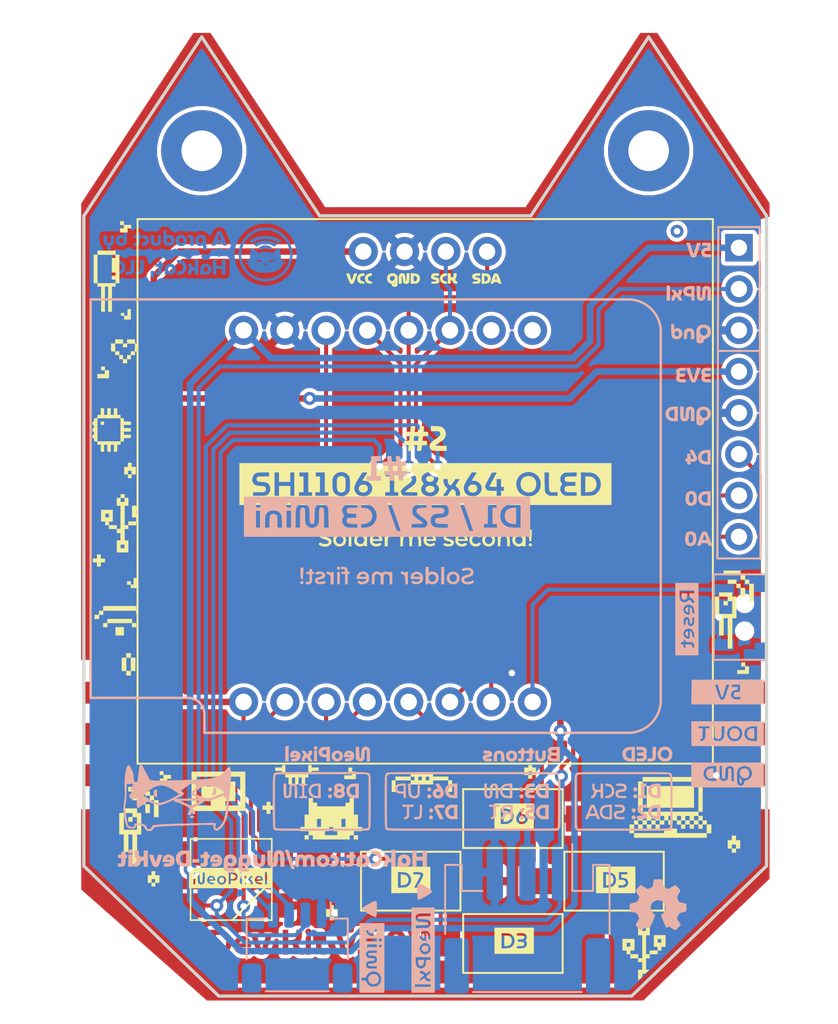
<source format=kicad_pcb>
(kicad_pcb (version 20171130) (host pcbnew 5.1.5+dfsg1-2build2)
  (layers (0 F.Cu signal) (31 B.Cu signal) (34 B.Paste user) (35 F.Paste user) (36 B.SilkS user) (37 F.SilkS user hide) (38 B.Mask user) (39 F.Mask user hide) (44 Edge.Cuts user))
  (net 0 "")
  (net 1 "Net-(Brd1-Pad4)")
  (net 2 "Net-(Brd1-Pad3)")
  (net 3 "Net-(Brd1-Pad2)")
  (net 4 "Net-(D1-Pad4)")
  (net 5 "Net-(D1-Pad2)")
  (net 6 /D6)
  (net 7 /D7)
  (net 8 /D5)
  (net 9 "Net-(U1-Pad16)")
  (net 10 "Net-(U1-Pad1)")
  (net 11 "Net-(U1-Pad15)")
  (net 12 "Net-(U1-Pad2)")
  (net 13 "Net-(U1-Pad3)")
  (net 14 "Net-(U1-Pad12)")
  (net 15 "Net-(U1-Pad11)")
  (net 16 +5V)
  (net 17 GND)
  (module Connector_JST:JST_PH_S3B-PH-SM4-TB_1x03-1MP_P2.00mm_Horizontal (layer B.Cu) (at 6.2865 23.241 180)
    (fp_text reference REF** hide)
    (fp_text value JST_PH_S3B-PH-SM4-TB_1x03-1MP_P2.00mm_Horizontal hide)
    (pad MP smd roundrect (at 4.35 -2.9 180) (size 1.5 3.4) (layers B.Cu B.Paste B.Mask) (roundrect_rratio 0.166667))
    (pad MP smd roundrect (at -4.35 -2.9 180) (size 1.5 3.4) (layers B.Cu B.Paste B.Mask) (roundrect_rratio 0.166667))
    (pad 3 smd roundrect (at 2 2.85 180) (size 1 3.5) (layers B.Cu B.Paste B.Mask) (net 17 GND))
    (pad 2 smd roundrect (at 0 2.85 180) (size 1 3.5) (layers B.Cu B.Paste B.Mask) (net 16 +5V))
    (pad 1 smd roundrect (at -2 2.85 180) (size 1 3.5) (layers B.Cu B.Paste B.Mask) (net 5 "Net-(D1-Pad2)"))
  )
  (module Button_Switch_SMD:botton (layer B.Cu) (at 19.304 4.699 90)
    (fp_text reference SW5 hide)
    (fp_text value botton hide)
    (fp_poly (pts (xy 2.6416 0.3556) (xy 2.0066 0.3556) (xy 2.0066 0.9906) (xy 1.6002 0.9906) (xy 1.6002 1.651) (xy 2.6416 1.651)) (layer B.Cu) (width 0.1))
    (fp_poly (pts (xy -1.397 -1.5494) (xy -2.0066 -1.5494) (xy -2.0066 -0.3556) (xy -1.397 -0.3556)) (layer B.Cu) (width 0.1))
    (fp_poly (pts (xy 1.9812 -1.5494) (xy 1.397 -1.5494) (xy 1.397 -0.3556) (xy 1.9812 -0.3556)) (layer B.Cu) (width 0.1))
    (fp_poly (pts (xy -1.6002 1.016) (xy -2.0066 1.016) (xy -2.0066 0.3556) (xy -2.6416 0.3556) (xy -2.6416 1.651) (xy -1.6002 1.651)) (layer B.Cu) (width 0.1))
    (pad "" np_thru_hole circle (at 0.85 0.35 90) (size 0.7 0.7) (drill 0.7) (layers *.Cu *.Mask))
    (pad "" np_thru_hole circle (at -0.85 0.35 90) (size 0.7 0.7) (drill 0.7) (layers *.Cu *.Mask))
    (pad 1 smd custom (at 2.286 1.27 90) (size 0.5 0.5) (layers B.Cu B.Mask) (options (clearance outline) (anchor rect)) (primitives))
    (pad 1 smd custom (at -2.286 1.27 90) (size 0.5 0.5) (layers B.Cu B.Mask) (options (clearance outline) (anchor rect)) (primitives))
    (pad 2 smd custom (at -1.7018 -1.2192 90) (size 0.5 0.5) (layers B.Cu B.Mask) (net 17 GND) (options (clearance outline) (anchor rect)) (primitives))
    (pad 3 smd custom (at 1.7018 -1.1938 90) (size 0.5 0.5) (layers B.Cu B.Mask) (net 10 "Net-(U1-Pad1)") (options (clearance outline) (anchor rect)) (primitives))
  )
  (module wemos-d1-mini:wemos-d1-mini-with-pin-header-and-connector (layer B.Cu) (at -2.286 -1.524)
    (fp_text reference U1 hide)
    (fp_text value "WeMos D1 Mini" hide)
    (pad 16 thru_hole circle (at 8.89 -11.43) (size 1.8 1.8) (drill 1.016) (layers *.Cu *.Mask) (net 9 "Net-(U1-Pad16)"))
    (pad 1 thru_hole circle (at 8.89 11.43) (size 1.8 1.8) (drill 1.016) (layers *.Cu *.Mask) (net 10 "Net-(U1-Pad1)"))
    (pad 15 thru_hole circle (at 6.35 -11.43) (size 1.8 1.8) (drill 1.016) (layers *.Cu *.Mask) (net 11 "Net-(U1-Pad15)"))
    (pad 2 thru_hole circle (at 6.35 11.43) (size 1.8 1.8) (drill 1.016) (layers *.Cu *.Mask) (net 15 "Net-(U1-Pad11)"))
    (pad 14 thru_hole circle (at 3.81 -11.43) (size 1.8 1.8) (drill 1.016) (layers *.Cu *.Mask) (net 2 "Net-(Brd1-Pad3)"))
    (pad 3 thru_hole circle (at 3.81 11.43) (size 1.8 1.8) (drill 1.016) (layers *.Cu *.Mask) (net 12 "Net-(U1-Pad2)"))
    (pad 13 thru_hole circle (at 1.27 -11.43) (size 1.8 1.8) (drill 1.016) (layers *.Cu *.Mask) (net 1 "Net-(Brd1-Pad4)"))
    (pad 4 thru_hole circle (at 1.27 11.43) (size 1.8 1.8) (drill 1.016) (layers *.Cu *.Mask) (net 8 /D5))
    (pad 12 thru_hole circle (at -1.27 -11.43) (size 1.8 1.8) (drill 1.016) (layers *.Cu *.Mask) (net 14 "Net-(U1-Pad12)"))
    (pad 5 thru_hole circle (at -1.27 11.43) (size 1.8 1.8) (drill 1.016) (layers *.Cu *.Mask) (net 6 /D6))
    (pad 11 thru_hole circle (at -3.81 -11.43) (size 1.8 1.8) (drill 1.016) (layers *.Cu *.Mask) (net 13 "Net-(U1-Pad3)"))
    (pad 6 thru_hole circle (at -3.81 11.43 270) (size 1.8 1.8) (drill 1.016) (layers *.Cu *.Mask) (net 7 /D7))
    (pad 10 thru_hole circle (at -6.35 -11.43) (size 1.8 1.8) (drill 1.016) (layers *.Cu *.Mask) (net 17 GND))
    (pad 7 thru_hole circle (at -6.35 11.43) (size 1.8 1.8) (drill 1.016) (layers *.Cu *.Mask) (net 4 "Net-(D1-Pad4)"))
    (pad 9 thru_hole circle (at -8.89 -11.43) (size 1.8 1.8) (drill 1.016) (layers *.Cu *.Mask) (net 16 +5V))
    (pad 8 thru_hole circle (at -8.89 11.43) (size 1.8 1.8) (drill 1.016) (layers *.Cu *.Mask) (net 3 "Net-(Brd1-Pad2)"))
  )
  (module screens:SH1106-128x64-OLED (layer F.Cu) (at 0 -3.048)
    (fp_text reference Brd1 hide)
    (fp_text value "SH1106 OLED")
    (pad 1 thru_hole circle (at -3.81 -14.75) (size 1.8 1.8) (drill 1) (layers *.Cu *.Mask) (net 3 "Net-(Brd1-Pad2)"))
    (pad 2 thru_hole circle (at -1.27 -14.75) (size 1.8 1.8) (drill 1) (layers *.Cu *.Mask) (net 17 GND))
    (pad 3 thru_hole circle (at 1.27 -14.75) (size 1.8 1.8) (drill 1) (layers *.Cu *.Mask) (net 2 "Net-(Brd1-Pad3)"))
    (pad 4 thru_hole circle (at 3.81 -14.75) (size 1.8 1.8) (drill 1) (layers *.Cu *.Mask) (net 1 "Net-(Brd1-Pad4)"))
  )
  (module Connector_JST:JST_SH_SM04B-SRSS-TB_1x04-1MP_P1.00mm_Horizontal (layer B.Cu) (at -7.874 25.019 180)
    (fp_text reference REF** hide)
    (fp_text value JST_SH_SM04B-SRSS-TB_1x04-1MP_P1.00mm_Horizontal hide)
    (pad MP smd roundrect (at 2.8 -1.875 180) (size 1.2 1.8) (layers B.Cu B.Paste B.Mask) (roundrect_rratio 0.208333))
    (pad MP smd roundrect (at -2.8 -1.875 180) (size 1.2 1.8) (layers B.Cu B.Paste B.Mask) (roundrect_rratio 0.208333))
    (pad 4 smd roundrect (at 1.5 2 180) (size 0.6 1.55) (layers B.Cu B.Paste B.Mask) (net 2 "Net-(Brd1-Pad3)"))
    (pad 3 smd roundrect (at 0.5 2 180) (size 0.6 1.55) (layers B.Cu B.Paste B.Mask) (net 1 "Net-(Brd1-Pad4)"))
    (pad 2 smd roundrect (at -0.5 2 180) (size 0.6 1.55) (layers B.Cu B.Paste B.Mask) (net 3 "Net-(Brd1-Pad2)"))
    (pad 1 smd roundrect (at -1.5 2 180) (size 0.6 1.55) (layers B.Cu B.Paste B.Mask) (net 17 GND))
  )
  (module Button_Switch_SMD:SW_SPST_FSMSM (layer F.Cu) (at 5.3975 24.765)
    (fp_text reference SW2 hide)
    (fp_text value Down)
    (pad 1 smd rect (at -4.445 0) (size 2.4 1.6) (layers F.Cu F.Paste F.Mask) (net 14 "Net-(U1-Pad12)"))
    (pad 2 smd rect (at 4.445 0) (size 2.4 1.6) (layers F.Cu F.Paste F.Mask) (net 17 GND))
  )
  (module Button_Switch_SMD:SW_SPST_FSMSM (layer F.Cu) (at 5.3975 17.0815)
    (fp_text reference SW1 hide)
    (fp_text value Up)
    (pad 1 smd rect (at -4.445 0) (size 2.4 1.6) (layers F.Cu F.Paste F.Mask) (net 6 /D6))
    (pad 2 smd rect (at 4.445 0) (size 2.4 1.6) (layers F.Cu F.Paste F.Mask) (net 17 GND))
  )
  (module Button_Switch_SMD:SW_SPST_FSMSM (layer F.Cu) (at -0.889 20.933)
    (fp_text reference SW3 hide)
    (fp_text value Left)
    (pad 1 smd rect (at -4.445 0) (size 2.4 1.6) (layers F.Cu F.Paste F.Mask) (net 7 /D7))
    (pad 2 smd rect (at 4.445 0) (size 2.4 1.6) (layers F.Cu F.Paste F.Mask) (net 17 GND))
  )
  (module Button_Switch_SMD:SW_SPST_FSMSM (layer F.Cu) (at 11.6205 20.933)
    (fp_text reference SW4 hide)
    (fp_text value Right)
    (pad 1 smd rect (at -4.445 0) (size 2.4 1.6) (layers F.Cu F.Paste F.Mask) (net 8 /D5))
    (pad 2 smd rect (at 4.445 0) (size 2.4 1.6) (layers F.Cu F.Paste F.Mask) (net 17 GND))
  )
  (module LED_SMD:LED_WS2812B_PLCC4_5.0x5.0mm_P3.2mm_idiot_proof (layer F.Cu) (at -11.938 20.828)
    (fp_text reference D1 hide)
    (fp_text value WS2812B)
    (pad 3 smd rect (at 2.45 1.6) (size 2.2 1.5) (drill (offset 0.25 0)) (layers F.Cu F.Paste F.Mask) (net 17 GND))
    (pad 4 smd rect (at 2.45 -1.6) (size 2.2 1.5) (drill (offset 0.25 0)) (layers F.Cu F.Paste F.Mask) (net 4 "Net-(D1-Pad4)"))
    (pad 2 smd rect (at -2.45 1.6) (size 2.2 1.5) (drill (offset -0.25 0)) (layers F.Cu F.Paste F.Mask) (net 5 "Net-(D1-Pad2)"))
    (pad 1 smd rect (at -2.45 -1.6) (size 2.2 1.5) (drill (offset -0.25 0)) (layers F.Cu F.Paste F.Mask) (net 16 +5V))
  )
  (module Connector_PinHeader_2.54mm:PinHeader_1x08_P2.54mm_Vertical (layer F.Cu) (at 19.304 -18.034)
    (fp_text reference J1 hide)
    (fp_text value "8 Pin Header")
    (pad 8 thru_hole oval (at 0 17.78) (size 1.7 1.7) (drill 1) (layers *.Cu *.Mask) (net 12 "Net-(U1-Pad2)"))
    (pad 7 thru_hole oval (at 0 15.24) (size 1.7 1.7) (drill 1) (layers *.Cu *.Mask) (net 13 "Net-(U1-Pad3)"))
    (pad 6 thru_hole oval (at 0 12.7) (size 1.7 1.7) (drill 1) (layers *.Cu *.Mask) (net 15 "Net-(U1-Pad11)"))
    (pad 5 thru_hole oval (at 0 10.16) (size 1.7 1.7) (drill 1) (layers *.Cu *.Mask) (net 17 GND))
    (pad 4 thru_hole oval (at 0 7.62) (size 1.7 1.7) (drill 1) (layers *.Cu *.Mask) (net 3 "Net-(Brd1-Pad2)"))
    (pad 3 thru_hole oval (at 0 5.08) (size 1.7 1.7) (drill 1) (layers *.Cu *.Mask) (net 17 GND))
    (pad 2 thru_hole oval (at 0 2.54) (size 1.7 1.7) (drill 1) (layers *.Cu *.Mask) (net 5 "Net-(D1-Pad2)"))
    (pad 1 thru_hole rect (at 0 0) (size 1.7 1.7) (drill 1) (layers *.Cu *.Mask) (net 16 +5V))
  )
  (module MountingHole:MountingHole_2.5mm_Pad (layer F.Cu) (at 13.75 -24)
    (fp_text reference REF** hide)
    (fp_text value "M2.5 Standoff")
    (pad 1 thru_hole circle (at 0 0) (size 5 5) (drill 2.5) (layers *.Cu *.Mask))
  )
  (module MountingHole:MountingHole_2.5mm_Pad (layer F.Cu) (at -13.75 -24)
    (fp_text reference REF** hide)
    (fp_text value "M2.5 Standoff")
    (pad 1 thru_hole circle (at 0 0) (size 5 5) (drill 2.5) (layers *.Cu *.Mask))
  )
  (module LOGO (layer F.Cu) (at 0 0)
    (fp_text reference G*** hide)
    (fp_text value LOGO hide)
  )
  (module LOGO (layer F.Cu) (at 0 0)
    (fp_text reference G*** hide)
    (fp_text value LOGO hide)
  )
  (module LOGO (layer F.Cu) (at 0 0)
    (fp_text reference G*** hide)
    (fp_text value LOGO hide)
  )
  (module LOGO (layer F.Cu) (at 0 0)
    (fp_text reference G*** hide)
    (fp_text value LOGO hide)
  )
  (module LOGO (layer F.Cu) (at 0 0)
    (fp_text reference G*** hide)
    (fp_text value LOGO hide)
  )
  (module LOGO (layer F.Cu) (at 0 0)
    (fp_text reference G*** hide)
    (fp_text value LOGO hide)
  )
  (module LOGO (layer F.Cu) (at 0 0)
    (fp_text reference G*** hide)
    (fp_text value LOGO hide)
  )
  (module LOGO (layer F.Cu) (at 0 0)
    (fp_text reference G*** hide)
    (fp_text value LOGO hide)
  )
  (module LOGO (layer F.Cu) (at 0 0)
    (fp_text reference G*** hide)
    (fp_text value LOGO hide)
  )
  (module LOGO (layer F.Cu) (at 0 0)
    (fp_text reference G*** hide)
    (fp_text value LOGO hide)
  )
  (module LOGO (layer F.Cu) (at 0 0)
    (fp_text reference G*** hide)
    (fp_text value LOGO hide)
  )
  (module LOGO (layer F.Cu) (at 0 0)
    (fp_text reference G*** hide)
    (fp_text value LOGO hide)
  )
  (module LOGO (layer F.Cu) (at 0 0)
    (fp_text reference G*** hide)
    (fp_text value LOGO hide)
  )
  (module LOGO (layer F.Cu) (at 0 0)
    (fp_text reference G*** hide)
    (fp_text value LOGO hide)
  )
  (module LOGO (layer F.Cu) (at 0 0)
    (fp_text reference G*** hide)
    (fp_text value LOGO hide)
  )
  (module LOGO (layer F.Cu) (at 0 0)
    (fp_text reference G*** hide)
    (fp_text value LOGO hide)
  )
  (module LOGO (layer F.Cu) (at 0 0)
    (fp_text reference G*** hide)
    (fp_text value LOGO hide)
  )
  (module LOGO (layer F.Cu) (at 0 0)
    (fp_text reference G*** hide)
    (fp_text value LOGO hide)
  )
  (module LOGO (layer F.Cu) (at 0 0)
    (fp_text reference G*** hide)
    (fp_text value LOGO hide)
  )
  (module v3.0-Footprint (layer F.Cu) (at 0 -1.5)
    (fp_text reference Ref** hide)
    (fp_text value Val** hide)
    (fp_poly (pts (xy -9.662638 -17.76061) (xy -9.554126 -17.752833) (xy -9.461391 -17.73738) (xy -9.366957 -17.711775) (xy -9.309818 -17.693097) (xy -9.03752 -17.575515) (xy -8.797476 -17.419636) (xy -8.591827 -17.228078) (xy -8.422713 -17.003456) (xy -8.292275 -16.748388) (xy -8.202654 -16.46549) (xy -8.172055 -16.302555) (xy -8.160788 -16.060438) (xy -8.194 -15.80127) (xy -8.260702 -15.560278) (xy -8.371486 -15.312785) (xy -8.521718 -15.090201) (xy -8.705624 -14.895824) (xy -8.917433 -14.732951) (xy -9.151373 -14.604881) (xy -9.40167 -14.51491) (xy -9.662554 -14.466337) (xy -9.92825 -14.46246) (xy -10.131092 -14.491704) (xy -10.419392 -14.578412) (xy -10.679298 -14.706127) (xy -10.908279 -14.872608) (xy -11.103801 -15.075614) (xy -11.263335 -15.312905) (xy -11.384348 -15.582242) (xy -11.393615 -15.609018) (xy -11.443277 -15.812788) (xy -11.466861 -16.040552) (xy -11.465706 -16.129) (xy -11.31355 -16.129) (xy -11.308136 -15.947148) (xy -11.285281 -15.791126) (xy -11.240186 -15.639994) (xy -11.168053 -15.472812) (xy -11.158768 -15.453582) (xy -11.018318 -15.22141) (xy -10.840486 -15.021741) (xy -10.62941 -14.857816) (xy -10.389231 -14.73287) (xy -10.1346 -14.652483) (xy -9.976664 -14.621752) (xy -9.843189 -14.609746) (xy -9.711512 -14.616218) (xy -9.558968 -14.64092) (xy -9.534067 -14.64594) (xy -9.265205 -14.725607) (xy -9.022978 -14.847128) (xy -8.810571 -15.007294) (xy -8.631172 -15.202893) (xy -8.487967 -15.430717) (xy -8.384142 -15.687555) (xy -8.343967 -15.844911) (xy -8.319553 -15.977708) (xy -8.308824 -16.085617) (xy -8.311865 -16.188987) (xy -8.328763 -16.308172) (xy -8.346317 -16.399334) (xy -8.424714 -16.661965) (xy -8.546599 -16.902712) (xy -8.707732 -17.117085) (xy -8.903873 -17.300592) (xy -9.130781 -17.448743) (xy -9.384216 -17.557049) (xy -9.4615 -17.580209) (xy -9.545733 -17.5957) (xy -9.660451 -17.607083) (xy -9.785391 -17.61257) (xy -9.8298 -17.61275) (xy -10.093392 -17.59167) (xy -10.3305 -17.531052) (xy -10.548543 -17.427747) (xy -10.754943 -17.278606) (xy -10.871453 -17.170653) (xy -11.048429 -16.967592) (xy -11.177754 -16.757162) (xy -11.262579 -16.531943) (xy -11.306051 -16.284515) (xy -11.31355 -16.129) (xy -11.465706 -16.129) (xy -11.463832 -16.272394) (xy -11.43365 -16.488394) (xy -11.418953 -16.5481) (xy -11.319931 -16.813594) (xy -11.177641 -17.05822) (xy -10.997136 -17.275816) (xy -10.783465 -17.460221) (xy -10.559454 -17.596511) (xy -10.392814 -17.672002) (xy -10.238086 -17.7222) (xy -10.077313 -17.75107) (xy -9.892539 -17.762575) (xy -9.8044 -17.763187) (xy -9.662638 -17.76061)) (layer B.Cu) (width 0.01))
    (fp_poly (pts (xy -16.731455 -15.102798) (xy -16.69288 -15.08252) (xy -16.668271 -15.030037) (xy -16.664294 -14.960717) (xy -16.681566 -14.902591) (xy -16.688744 -14.893617) (xy -16.702096 -14.849808) (xy -16.688744 -14.797983) (xy -16.669537 -14.739929) (xy -16.6624 -14.704947) (xy -16.683671 -14.688906) (xy -16.732333 -14.681841) (xy -16.785662 -14.684414) (xy -16.820936 -14.697288) (xy -16.823327 -14.70025) (xy -16.836459 -14.733609) (xy -16.857959 -14.799122) (xy -16.874582 -14.853744) (xy -16.89892 -14.974698) (xy -16.889369 -15.058021) (xy -16.845965 -15.103605) (xy -16.795109 -15.113) (xy -16.731455 -15.102798)) (layer B.Cu) (width 0.01))
    (fp_poly (pts (xy -15.567023 -15.528322) (xy -15.471163 -15.47676) (xy -15.399513 -15.394624) (xy -15.355391 -15.290431) (xy -15.346825 -15.17417) (xy -15.371381 -15.061152) (xy -15.426626 -14.966687) (xy -15.474157 -14.924846) (xy -15.55424 -14.888005) (xy -15.642929 -14.86944) (xy -15.716204 -14.873864) (xy -15.7226 -14.876078) (xy -15.772513 -14.904677) (xy -15.80515 -14.929752) (xy -15.838637 -14.95475) (xy -15.849008 -14.943062) (xy -15.8496 -14.926437) (xy -15.864574 -14.89638) (xy -15.916088 -14.884916) (xy -15.9385 -14.8844) (xy -16.0274 -14.8844) (xy -16.0274 -15.090112) (xy -16.016719 -15.255259) (xy -15.819879 -15.255259) (xy -15.819328 -15.175212) (xy -15.793587 -15.102204) (xy -15.747422 -15.051358) (xy -15.698915 -15.0368) (xy -15.647626 -15.050759) (xy -15.601252 -15.076341) (xy -15.554546 -15.136002) (xy -15.5448 -15.198486) (xy -15.561846 -15.293991) (xy -15.610741 -15.353671) (xy -15.6845 -15.37335) (xy -15.75095 -15.357522) (xy -15.79047 -15.327221) (xy -15.819879 -15.255259) (xy -16.016719 -15.255259) (xy -16.016425 -15.259793) (xy -15.981833 -15.386658) (xy -15.921124 -15.474093) (xy -15.831801 -15.525484) (xy -15.711364 -15.544216) (xy -15.692112 -15.544426) (xy -15.567023 -15.528322)) (layer B.Cu) (width 0.01))
    (fp_poly (pts (xy -13.368722 -15.524888) (xy -13.263416 -15.467185) (xy -13.193737 -15.374743) (xy -13.162391 -15.250613) (xy -13.163511 -15.157866) (xy -13.196092 -15.039678) (xy -13.263045 -14.947396) (xy -13.35531 -14.888045) (xy -13.463827 -14.868651) (xy -13.5255 -14.877141) (xy -13.58386 -14.900253) (xy -13.60805 -14.915644) (xy -13.635374 -14.927176) (xy -13.6398 -14.912911) (xy -13.662636 -14.894429) (xy -13.721344 -14.884902) (xy -13.7414 -14.8844) (xy -13.843 -14.8844) (xy -13.843 -15.088862) (xy -13.833654 -15.215397) (xy -13.6398 -15.215397) (xy -13.621912 -15.127842) (xy -13.575553 -15.067602) (xy -13.511684 -15.041105) (xy -13.441265 -15.054774) (xy -13.406851 -15.078837) (xy -13.373636 -15.135697) (xy -13.360807 -15.213329) (xy -13.369062 -15.289529) (xy -13.398579 -15.341665) (xy -13.471344 -15.375064) (xy -13.544009 -15.366186) (xy -13.603505 -15.321874) (xy -13.636761 -15.248967) (xy -13.6398 -15.215397) (xy -13.833654 -15.215397) (xy -13.830354 -15.260062) (xy -13.791346 -15.389078) (xy -13.724374 -15.478084) (xy -13.627836 -15.529254) (xy -13.506944 -15.5448) (xy -13.368722 -15.524888)) (layer B.Cu) (width 0.01))
    (fp_poly (pts (xy -18.899897 -15.768649) (xy -18.740486 -15.737047) (xy -18.615345 -15.669582) (xy -18.527074 -15.569137) (xy -18.47827 -15.438597) (xy -18.470625 -15.292086) (xy -18.503246 -15.143913) (xy -18.575176 -15.026065) (xy -18.682728 -14.941815) (xy -18.822213 -14.894437) (xy -18.92935 -14.884958) (xy -19.05 -14.8844) (xy -19.05 -14.9733) (xy -19.046167 -15.0326) (xy -19.024342 -15.057137) (xy -18.969042 -15.06218) (xy -18.959839 -15.0622) (xy -18.857597 -15.077838) (xy -18.76547 -15.118893) (xy -18.701975 -15.17658) (xy -18.695153 -15.187794) (xy -18.677254 -15.24638) (xy -18.669055 -15.322822) (xy -18.669 -15.3289) (xy -18.676129 -15.40535) (xy -18.693459 -15.466648) (xy -18.695153 -15.470007) (xy -18.751693 -15.529712) (xy -18.840124 -15.574331) (xy -18.941929 -15.595079) (xy -18.959839 -15.5956) (xy -19.019572 -15.599222) (xy -19.044593 -15.620325) (xy -19.04996 -15.674264) (xy -19.05 -15.687553) (xy -19.05 -15.779506) (xy -18.899897 -15.768649)) (layer B.Cu) (width 0.01))
    (fp_poly (pts (xy -17.911477 -15.402954) (xy -17.9197 -15.032507) (xy -18.002651 -14.958454) (xy -18.05505 -14.917112) (xy -18.106695 -14.894752) (xy -18.176373 -14.885756) (xy -18.250301 -14.8844) (xy -18.415 -14.8844) (xy -18.415 -15.059665) (xy -18.26895 -15.067283) (xy -18.1229 -15.0749) (xy -18.115834 -15.42415) (xy -18.108767 -15.7734) (xy -17.903253 -15.7734) (xy -17.911477 -15.402954)) (layer B.Cu) (width 0.01))
    (fp_poly (pts (xy -17.327277 -15.402954) (xy -17.3355 -15.032507) (xy -17.418451 -14.958454) (xy -17.47085 -14.917112) (xy -17.522495 -14.894752) (xy -17.592173 -14.885756) (xy -17.666101 -14.8844) (xy -17.8308 -14.8844) (xy -17.8308 -15.0622) (xy -17.70888 -15.0622) (xy -17.630402 -15.06821) (xy -17.571515 -15.083426) (xy -17.55648 -15.092681) (xy -17.541441 -15.133941) (xy -17.531511 -15.223167) (xy -17.526601 -15.361402) (xy -17.526 -15.448281) (xy -17.526 -15.7734) (xy -17.319053 -15.7734) (xy -17.327277 -15.402954)) (layer B.Cu) (width 0.01))
    (fp_poly (pts (xy -16.241654 -15.694191) (xy -16.212693 -15.677885) (xy -16.205361 -15.637363) (xy -16.2052 -15.621) (xy -16.197217 -15.565224) (xy -16.167514 -15.545587) (xy -16.1544 -15.5448) (xy -16.119388 -15.534856) (xy -16.105261 -15.496034) (xy -16.1036 -15.4559) (xy -16.109283 -15.394629) (xy -16.131467 -15.369906) (xy -16.1544 -15.367) (xy -16.180619 -15.362402) (xy -16.195879 -15.341514) (xy -16.203088 -15.293695) (xy -16.205149 -15.208304) (xy -16.2052 -15.180928) (xy -16.212794 -15.052017) (xy -16.23955 -14.965068) (xy -16.291431 -14.912988) (xy -16.374401 -14.888684) (xy -16.454488 -14.8844) (xy -16.5862 -14.8844) (xy -16.5862 -14.9733) (xy -16.582269 -15.032884) (xy -16.560085 -15.05732) (xy -16.504067 -15.062189) (xy -16.4973 -15.0622) (xy -16.4084 -15.0622) (xy -16.4084 -15.367) (xy -16.4973 -15.367) (xy -16.556884 -15.370932) (xy -16.58132 -15.393116) (xy -16.586189 -15.449134) (xy -16.5862 -15.4559) (xy -16.582269 -15.515484) (xy -16.560085 -15.53992) (xy -16.504067 -15.544789) (xy -16.4973 -15.5448) (xy -16.437572 -15.549048) (xy -16.413074 -15.570594) (xy -16.4084 -15.621) (xy -16.404388 -15.669861) (xy -16.382647 -15.691581) (xy -16.328617 -15.69708) (xy -16.3068 -15.6972) (xy -16.241654 -15.694191)) (layer B.Cu) (width 0.01))
    (fp_poly (pts (xy -15.115297 -15.768649) (xy -14.955886 -15.737047) (xy -14.830745 -15.669582) (xy -14.742474 -15.569137) (xy -14.69367 -15.438597) (xy -14.686025 -15.292086) (xy -14.718646 -15.143913) (xy -14.790576 -15.026065) (xy -14.898128 -14.941815) (xy -15.037613 -14.894437) (xy -15.14475 -14.884958) (xy -15.2654 -14.8844) (xy -15.2654 -14.9733) (xy -15.261567 -15.0326) (xy -15.239742 -15.057137) (xy -15.184442 -15.06218) (xy -15.175239 -15.0622) (xy -15.072997 -15.077838) (xy -14.98087 -15.118893) (xy -14.917375 -15.17658) (xy -14.910553 -15.187794) (xy -14.892654 -15.24638) (xy -14.884455 -15.322822) (xy -14.8844 -15.3289) (xy -14.891529 -15.40535) (xy -14.908859 -15.466648) (xy -14.910553 -15.470007) (xy -14.967093 -15.529712) (xy -15.055524 -15.574331) (xy -15.157329 -15.595079) (xy -15.175239 -15.5956) (xy -15.234972 -15.599222) (xy -15.259993 -15.620325) (xy -15.26536 -15.674264) (xy -15.2654 -15.687553) (xy -15.2654 -15.779506) (xy -15.115297 -15.768649)) (layer B.Cu) (width 0.01))
    (fp_poly (pts (xy -13.97 -14.8844) (xy -14.1732 -14.8844) (xy -14.1732 -15.0114) (xy -14.175491 -15.087002) (xy -14.186267 -15.124724) (xy -14.211382 -15.137421) (xy -14.231049 -15.1384) (xy -14.319583 -15.116881) (xy -14.379621 -15.058411) (xy -14.4018 -14.972123) (xy -14.4018 -14.97186) (xy -14.404964 -14.915858) (xy -14.424214 -14.89097) (xy -14.474192 -14.884592) (xy -14.5034 -14.8844) (xy -14.568447 -14.887065) (xy -14.597354 -14.903725) (xy -14.60477 -14.947381) (xy -14.605 -14.974562) (xy -14.590377 -15.072657) (xy -14.552357 -15.163218) (xy -14.499713 -15.226941) (xy -14.486231 -15.235899) (xy -14.465172 -15.253703) (xy -14.465105 -15.280755) (xy -14.489028 -15.328815) (xy -14.524331 -15.385435) (xy -14.567658 -15.455605) (xy -14.59694 -15.508102) (xy -14.605 -15.527974) (xy -14.582487 -15.538629) (xy -14.52642 -15.54444) (xy -14.506048 -15.5448) (xy -14.447635 -15.540915) (xy -14.405996 -15.522256) (xy -14.366203 -15.478318) (xy -14.3256 -15.4178) (xy -14.268607 -15.335724) (xy -14.227299 -15.295204) (xy -14.199399 -15.298142) (xy -14.182627 -15.346434) (xy -14.174705 -15.441981) (xy -14.1732 -15.5448) (xy -14.1732 -15.7988) (xy -13.97 -15.7988) (xy -13.97 -14.8844)) (layer B.Cu) (width 0.01))
    (fp_poly (pts (xy -12.8524 -15.4178) (xy -12.4968 -15.4178) (xy -12.4968 -15.7734) (xy -12.2936 -15.7734) (xy -12.2936 -14.8844) (xy -12.4968 -14.8844) (xy -12.4968 -15.24) (xy -12.8524 -15.24) (xy -12.8524 -14.8844) (xy -13.0556 -14.8844) (xy -13.0556 -15.7734) (xy -12.8524 -15.7734) (xy -12.8524 -15.4178)) (layer B.Cu) (width 0.01))
    (fp_poly (pts (xy -13.709296 -17.306435) (xy -13.657271 -17.28833) (xy -13.586788 -17.24826) (xy -13.534626 -17.190626) (xy -13.498463 -17.108496) (xy -13.475976 -16.994934) (xy -13.464844 -16.843007) (xy -13.462558 -16.70685) (xy -13.462 -16.383) (xy -13.6652 -16.383) (xy -13.6652 -16.686543) (xy -13.730354 -16.661772) (xy -13.848824 -16.639623) (xy -13.961329 -16.659639) (xy -14.055507 -16.717682) (xy -14.109271 -16.788569) (xy -14.132422 -16.859324) (xy -14.146163 -16.951517) (xy -14.147318 -16.9799) (xy -13.95476 -16.9799) (xy -13.944926 -16.908699) (xy -13.921269 -16.855394) (xy -13.92117 -16.855274) (xy -13.862838 -16.819994) (xy -13.789982 -16.818719) (xy -13.724307 -16.849846) (xy -13.704741 -16.871252) (xy -13.671195 -16.952821) (xy -13.675585 -17.033601) (xy -13.712521 -17.100319) (xy -13.77661 -17.139702) (xy -13.815931 -17.145) (xy -13.894241 -17.124842) (xy -13.940952 -17.065531) (xy -13.95476 -16.9799) (xy -14.147318 -16.9799) (xy -14.1478 -16.991712) (xy -14.142266 -17.078926) (xy -14.119054 -17.142032) (xy -14.068257 -17.207124) (xy -14.064378 -17.211376) (xy -13.962027 -17.288012) (xy -13.840829 -17.320235) (xy -13.709296 -17.306435)) (layer B.Cu) (width 0.01))
    (fp_poly (pts (xy -19.5834 -17.08658) (xy -19.579864 -16.963675) (xy -19.566937 -16.88319) (xy -19.541145 -16.837091) (xy -19.499011 -16.817345) (xy -19.465835 -16.8148) (xy -19.403906 -16.82603) (xy -19.362832 -16.864292) (xy -19.339286 -16.936448) (xy -19.329937 -17.049359) (xy -19.3294 -17.096015) (xy -19.3294 -17.2974) (xy -19.1516 -17.2974) (xy -19.1516 -17.058049) (xy -19.152728 -16.943605) (xy -19.157921 -16.866836) (xy -19.169893 -16.814635) (xy -19.19136 -16.773894) (xy -19.217358 -16.740549) (xy -19.267615 -16.690685) (xy -19.310795 -16.663874) (xy -19.318958 -16.6624) (xy -19.341981 -16.646134) (xy -19.353024 -16.592242) (xy -19.3548 -16.5354) (xy -19.3548 -16.4084) (xy -19.558 -16.4084) (xy -19.558 -16.529832) (xy -19.56099 -16.604873) (xy -19.575709 -16.646132) (xy -19.610785 -16.670531) (xy -19.634645 -16.680193) (xy -19.703374 -16.726331) (xy -19.750535 -16.807234) (xy -19.777739 -16.927286) (xy -19.786599 -17.090869) (xy -19.7866 -17.093385) (xy -19.7866 -17.2974) (xy -19.5834 -17.2974) (xy -19.5834 -17.08658)) (layer B.Cu) (width 0.01))
    (fp_poly (pts (xy -18.3642 -17.21877) (xy -18.365312 -17.067762) (xy -18.369263 -16.958332) (xy -18.376975 -16.881293) (xy -18.389372 -16.827462) (xy -18.407375 -16.78765) (xy -18.407534 -16.78738) (xy -18.484181 -16.704224) (xy -18.589066 -16.654128) (xy -18.709567 -16.639969) (xy -18.833058 -16.664629) (xy -18.871745 -16.68149) (xy -18.952535 -16.747808) (xy -19.011807 -16.846131) (xy -19.041985 -16.959614) (xy -19.04142 -16.9799) (xy -18.8468 -16.9799) (xy -18.82742 -16.904021) (xy -18.77828 -16.84749) (xy -18.712881 -16.81688) (xy -18.644722 -16.818764) (xy -18.590831 -16.855274) (xy -18.56714 -16.908458) (xy -18.557241 -16.979653) (xy -18.55724 -16.9799) (xy -18.574191 -17.073029) (xy -18.624065 -17.128579) (xy -18.69607 -17.145) (xy -18.769121 -17.12219) (xy -18.823871 -17.063678) (xy -18.846738 -16.984343) (xy -18.8468 -16.9799) (xy -19.04142 -16.9799) (xy -19.03935 -17.054111) (xy -18.998827 -17.160209) (xy -18.927743 -17.244289) (xy -18.837014 -17.300475) (xy -18.737559 -17.322889) (xy -18.640296 -17.305652) (xy -18.606037 -17.287387) (xy -18.542 -17.245429) (xy -18.542 -17.5768) (xy -18.3642 -17.5768) (xy -18.3642 -17.21877)) (layer B.Cu) (width 0.01))
    (fp_poly (pts (xy -16.6878 -17.08658) (xy -16.684264 -16.963675) (xy -16.671337 -16.88319) (xy -16.645545 -16.837091) (xy -16.603411 -16.817345) (xy -16.570235 -16.8148) (xy -16.508306 -16.82603) (xy -16.467232 -16.864292) (xy -16.443686 -16.936448) (xy -16.434337 -17.049359) (xy -16.4338 -17.096015) (xy -16.4338 -17.2974) (xy -16.256 -17.2974) (xy -16.256 -17.056501) (xy -16.256937 -16.942693) (xy -16.261672 -16.866682) (xy -16.273097 -16.815474) (xy -16.294103 -16.776074) (xy -16.327359 -16.735738) (xy -16.386014 -16.682415) (xy -16.452644 -16.655373) (xy -16.524209 -16.645576) (xy -16.660039 -16.652101) (xy -16.730447 -16.676539) (xy -16.804447 -16.731943) (xy -16.854028 -16.813879) (xy -16.881955 -16.929494) (xy -16.890992 -17.085934) (xy -16.891 -17.091689) (xy -16.891 -17.2974) (xy -16.6878 -17.2974) (xy -16.6878 -17.08658)) (layer B.Cu) (width 0.01))
    (fp_poly (pts (xy -15.9258 -17.421683) (xy -15.924314 -17.336984) (xy -15.917705 -17.293324) (xy -15.902745 -17.280975) (xy -15.88135 -17.287691) (xy -15.830035 -17.300428) (xy -15.751791 -17.308171) (xy -15.713946 -17.309211) (xy -15.631915 -17.304411) (xy -15.576521 -17.282825) (xy -15.524083 -17.234669) (xy -15.518457 -17.228426) (xy -15.46693 -17.153186) (xy -15.432312 -17.071072) (xy -15.42883 -17.056128) (xy -15.428442 -16.957445) (xy -15.455622 -16.851142) (xy -15.503164 -16.756808) (xy -15.561448 -16.695578) (xy -15.652482 -16.659026) (xy -15.765422 -16.644597) (xy -15.876014 -16.653613) (xy -15.939805 -16.674968) (xy -15.99941 -16.711375) (xy -16.042808 -16.755854) (xy -16.072458 -16.816568) (xy -16.090819 -16.901685) (xy -16.097154 -16.9799) (xy -15.91056 -16.9799) (xy -15.900726 -16.908699) (xy -15.877069 -16.855394) (xy -15.87697 -16.855274) (xy -15.818638 -16.819994) (xy -15.745782 -16.818719) (xy -15.680107 -16.849846) (xy -15.660541 -16.871252) (xy -15.626995 -16.952821) (xy -15.631385 -17.033601) (xy -15.668321 -17.100319) (xy -15.73241 -17.139702) (xy -15.771731 -17.145) (xy -15.850041 -17.124842) (xy -15.896752 -17.065531) (xy -15.91056 -16.9799) (xy -16.097154 -16.9799) (xy -16.100352 -17.019368) (xy -16.103515 -17.177784) (xy -16.1036 -17.21877) (xy -16.1036 -17.5768) (xy -15.9258 -17.5768) (xy -15.9258 -17.421683)) (layer B.Cu) (width 0.01))
    (fp_poly (pts (xy -14.914396 -17.302394) (xy -14.807015 -17.248534) (xy -14.718464 -17.15739) (xy -14.706463 -17.138883) (xy -14.664416 -17.027032) (xy -14.666435 -16.914064) (xy -14.706867 -16.809285) (xy -14.78006 -16.721997) (xy -14.88036 -16.661506) (xy -15.002113 -16.637115) (xy -15.0114 -16.637) (xy -15.096604 -16.649709) (xy -15.182196 -16.680585) (xy -15.187634 -16.683413) (xy -15.284276 -16.761621) (xy -15.343679 -16.866092) (xy -15.36165 -16.9799) (xy -15.1638 -16.9799) (xy -15.142744 -16.899153) (xy -15.088501 -16.839297) (xy -15.014457 -16.814838) (xy -15.0114 -16.8148) (xy -14.933491 -16.83717) (xy -14.898541 -16.871252) (xy -14.864757 -16.953263) (xy -14.869341 -17.034127) (xy -14.906873 -17.100698) (xy -14.971933 -17.139826) (xy -15.0114 -17.145) (xy -15.085937 -17.122189) (xy -15.141188 -17.063426) (xy -15.163766 -16.983212) (xy -15.1638 -16.9799) (xy -15.36165 -16.9799) (xy -15.362495 -16.98525) (xy -15.337381 -17.107519) (xy -15.320588 -17.143434) (xy -15.243702 -17.239491) (xy -15.14332 -17.297951) (xy -15.030024 -17.318892) (xy -14.914396 -17.302394)) (layer B.Cu) (width 0.01))
    (fp_poly (pts (xy -17.58795 -17.472509) (xy -17.559041 -17.455892) (xy -17.551628 -17.412533) (xy -17.5514 -17.3863) (xy -17.545718 -17.325029) (xy -17.523534 -17.300306) (xy -17.5006 -17.2974) (xy -17.463416 -17.285426) (xy -17.450325 -17.240871) (xy -17.4498 -17.2212) (xy -17.458197 -17.164891) (xy -17.488367 -17.145493) (xy -17.497911 -17.145) (xy -17.522164 -17.139456) (xy -17.537666 -17.116167) (xy -17.547206 -17.065153) (xy -17.553577 -16.976431) (xy -17.555352 -16.93954) (xy -17.565217 -16.817102) (xy -17.586514 -16.73674) (xy -17.626734 -16.689883) (xy -17.693368 -16.667961) (xy -17.793904 -16.662404) (xy -17.797555 -16.6624) (xy -17.875653 -16.663813) (xy -17.915676 -16.672843) (xy -17.93035 -16.696682) (xy -17.9324 -16.7386) (xy -17.927445 -16.789796) (xy -17.902308 -16.810795) (xy -17.8435 -16.8148) (xy -17.7546 -16.8148) (xy -17.7546 -17.145) (xy -17.8435 -17.145) (xy -17.903229 -17.149248) (xy -17.927727 -17.170794) (xy -17.9324 -17.2212) (xy -17.927445 -17.272396) (xy -17.902308 -17.293395) (xy -17.8435 -17.2974) (xy -17.783917 -17.301332) (xy -17.759481 -17.323516) (xy -17.754612 -17.379534) (xy -17.7546 -17.3863) (xy -17.751525 -17.44322) (xy -17.732533 -17.468515) (xy -17.68298 -17.475002) (xy -17.653 -17.4752) (xy -17.58795 -17.472509)) (layer B.Cu) (width 0.01))
    (fp_poly (pts (xy -17.190239 -17.276536) (xy -17.088506 -17.217062) (xy -17.021186 -17.123654) (xy -16.993124 -17.000991) (xy -16.9926 -16.9799) (xy -17.014216 -16.853166) (xy -17.075834 -16.754971) (xy -17.172607 -16.689992) (xy -17.299689 -16.662906) (xy -17.321539 -16.6624) (xy -17.387208 -16.665314) (xy -17.416604 -16.681206) (xy -17.424206 -16.720801) (xy -17.4244 -16.7386) (xy -17.417632 -16.792994) (xy -17.388558 -16.812917) (xy -17.359746 -16.8148) (xy -17.29696 -16.833244) (xy -17.232962 -16.87843) (xy -17.185203 -16.93514) (xy -17.1704 -16.9799) (xy -17.191553 -17.034646) (xy -17.243374 -17.09045) (xy -17.308413 -17.132093) (xy -17.359746 -17.145) (xy -17.405898 -17.152978) (xy -17.422802 -17.187243) (xy -17.4244 -17.2212) (xy -17.420467 -17.269848) (xy -17.399015 -17.291625) (xy -17.345566 -17.297256) (xy -17.321539 -17.2974) (xy -17.190239 -17.276536)) (layer B.Cu) (width 0.01))
    (fp_poly (pts (xy -14.39618 -17.292884) (xy -14.32992 -17.274343) (xy -14.287017 -17.234296) (xy -14.26257 -17.165259) (xy -14.251673 -17.059746) (xy -14.2494 -16.9291) (xy -14.2494 -16.6624) (xy -14.4526 -16.6624) (xy -14.4526 -17.145) (xy -14.5415 -17.145) (xy -14.601229 -17.149248) (xy -14.625727 -17.170794) (xy -14.6304 -17.2212) (xy -14.628055 -17.264763) (xy -14.612681 -17.287437) (xy -14.571777 -17.296042) (xy -14.492837 -17.2974) (xy -14.4907 -17.2974) (xy -14.39618 -17.292884)) (layer B.Cu) (width 0.01))
    (fp_poly (pts (xy -12.557642 -17.520936) (xy -12.538847 -17.504961) (xy -12.518727 -17.469351) (xy -12.48541 -17.396257) (xy -12.442891 -17.295869) (xy -12.39516 -17.178377) (xy -12.346213 -17.053971) (xy -12.30004 -16.932841) (xy -12.260636 -16.825176) (xy -12.231993 -16.741168) (xy -12.218103 -16.691005) (xy -12.2174 -16.684609) (xy -12.239905 -16.670558) (xy -12.295964 -16.662884) (xy -12.316516 -16.6624) (xy -12.383775 -16.667507) (xy -12.419809 -16.690578) (xy -12.442194 -16.7386) (xy -12.457594 -16.777157) (xy -12.478484 -16.799854) (xy -12.516979 -16.810893) (xy -12.585197 -16.814477) (xy -12.6619 -16.8148) (xy -12.759899 -16.814028) (xy -12.819213 -16.808908) (xy -12.851959 -16.795238) (xy -12.870254 -16.768818) (xy -12.881607 -16.7386) (xy -12.903653 -16.690707) (xy -12.936905 -16.668586) (xy -12.998978 -16.662538) (xy -13.019985 -16.6624) (xy -13.087234 -16.663689) (xy -13.126912 -16.66694) (xy -13.131477 -16.66875) (xy -13.121274 -16.708744) (xy -13.095206 -16.784228) (xy -13.057166 -16.885649) (xy -13.011046 -17.003452) (xy -12.996783 -17.03879) (xy -12.7762 -17.03879) (xy -12.753469 -17.026467) (xy -12.695871 -17.019013) (xy -12.660189 -17.018) (xy -12.59001 -17.019985) (xy -12.559307 -17.030334) (xy -12.556786 -17.055641) (xy -12.562305 -17.07515) (xy -12.608442 -17.215276) (xy -12.643033 -17.30797) (xy -12.666846 -17.355083) (xy -12.680169 -17.359337) (xy -12.695293 -17.322215) (xy -12.717702 -17.254688) (xy -12.742034 -17.174651) (xy -12.762929 -17.1) (xy -12.775025 -17.04863) (xy -12.7762 -17.03879) (xy -12.996783 -17.03879) (xy -12.960741 -17.128083) (xy -12.910143 -17.249989) (xy -12.863147 -17.359616) (xy -12.823644 -17.447408) (xy -12.79553 -17.503812) (xy -12.784822 -17.519424) (xy -12.713365 -17.547058) (xy -12.62963 -17.547091) (xy -12.557642 -17.520936)) (layer B.Cu) (width 0.01))
    (fp_poly (pts (xy -8.962189 -16.490749) (xy -8.953057 -16.460613) (xy -8.940101 -16.391063) (xy -8.924806 -16.293206) (xy -8.908657 -16.17815) (xy -8.893138 -16.057002) (xy -8.879734 -15.94087) (xy -8.869929 -15.840863) (xy -8.865207 -15.768087) (xy -8.865105 -15.764297) (xy -8.841642 -15.753894) (xy -8.772902 -15.764245) (xy -8.68045 -15.789018) (xy -8.642808 -15.785494) (xy -8.636 -15.766433) (xy -8.658179 -15.737556) (xy -8.7141 -15.708299) (xy -8.739216 -15.699717) (xy -8.810198 -15.67029) (xy -8.832705 -15.642969) (xy -8.808969 -15.622942) (xy -8.741222 -15.615396) (xy -8.703605 -15.616938) (xy -8.629365 -15.618866) (xy -8.593703 -15.608438) (xy -8.5852 -15.585488) (xy -8.605551 -15.553224) (xy -8.62965 -15.549124) (xy -8.724459 -15.550198) (xy -8.774816 -15.532925) (xy -8.784793 -15.50035) (xy -8.796691 -15.431492) (xy -8.844359 -15.349256) (xy -8.918873 -15.264403) (xy -9.011304 -15.187696) (xy -9.078286 -15.146496) (xy -9.206222 -15.086448) (xy -9.334166 -15.044348) (xy -9.476109 -15.017156) (xy -9.646041 -15.001835) (xy -9.7663 -14.997102) (xy -9.901022 -14.995465) (xy -10.026704 -14.997348) (xy -10.12965 -15.002328) (xy -10.196164 -15.009986) (xy -10.1981 -15.010391) (xy -10.334213 -15.047827) (xy -10.473489 -15.099525) (xy -10.596718 -15.157655) (xy -10.669357 -15.202439) (xy -10.754271 -15.275765) (xy -10.823053 -15.35586) (xy -10.867466 -15.431196) (xy -10.879278 -15.490242) (xy -10.878302 -15.494989) (xy -10.882717 -15.53176) (xy -10.890007 -15.534931) (xy -9.92159 -15.534931) (xy -9.909524 -15.512345) (xy -9.8933 -15.494) (xy -9.849388 -15.455976) (xy -9.819274 -15.4432) (xy -9.785235 -15.462516) (xy -9.759495 -15.494) (xy -9.743567 -15.525921) (xy -9.755652 -15.54059) (xy -9.805437 -15.544653) (xy -9.833522 -15.5448) (xy -9.898935 -15.543472) (xy -9.92159 -15.534931) (xy -10.890007 -15.534931) (xy -10.924013 -15.549722) (xy -11.007538 -15.550786) (xy -11.02995 -15.549124) (xy -11.067766 -15.564669) (xy -11.0744 -15.586503) (xy -11.065277 -15.611415) (xy -11.02989 -15.619665) (xy -10.961558 -15.614888) (xy -10.878316 -15.613877) (xy -10.83561 -15.629709) (xy -10.836309 -15.656002) (xy -10.88328 -15.686377) (xy -10.923066 -15.700521) (xy -10.985724 -15.727145) (xy -11.020856 -15.757313) (xy -11.0236 -15.766433) (xy -11.005335 -15.791316) (xy -10.97915 -15.789018) (xy -10.888989 -15.762792) (xy -10.835122 -15.755751) (xy -10.814854 -15.769999) (xy -10.388056 -15.769999) (xy -10.377405 -15.74645) (xy -10.320563 -15.705925) (xy -10.303279 -15.695237) (xy -10.2332 -15.657639) (xy -10.184142 -15.649998) (xy -10.137075 -15.67102) (xy -10.120405 -15.682791) (xy -10.088725 -15.720193) (xy -10.091111 -15.723913) (xy -9.572078 -15.723913) (xy -9.544302 -15.686691) (xy -9.539196 -15.682791) (xy -9.490898 -15.654064) (xy -9.446479 -15.651871) (xy -9.388528 -15.678103) (xy -9.3472 -15.703645) (xy -9.2583 -15.7607) (xy -9.395277 -15.768504) (xy -9.493615 -15.767173) (xy -9.553866 -15.751525) (xy -9.572078 -15.723913) (xy -10.091111 -15.723913) (xy -10.107014 -15.748707) (xy -10.175217 -15.768298) (xy -10.265584 -15.777516) (xy -10.351215 -15.779409) (xy -10.388056 -15.769999) (xy -10.814854 -15.769999) (xy -10.806835 -15.775636) (xy -10.793411 -15.830189) (xy -10.784135 -15.927152) (xy -10.783872 -15.930096) (xy -10.768313 -16.08251) (xy -10.750446 -16.223288) (xy -10.731694 -16.343761) (xy -10.713485 -16.43526) (xy -10.697241 -16.489114) (xy -10.690323 -16.499202) (xy -10.655777 -16.500039) (xy -10.596402 -16.472047) (xy -10.50827 -16.412937) (xy -10.397836 -16.328646) (xy -10.241971 -16.205418) (xy -10.134292 -16.243409) (xy -10.02772 -16.267365) (xy -9.892275 -16.278968) (xy -9.748198 -16.278205) (xy -9.615735 -16.265061) (xy -9.526557 -16.24385) (xy -9.420126 -16.206299) (xy -9.255496 -16.332481) (xy -9.145739 -16.414798) (xy -9.068031 -16.467919) (xy -9.015649 -16.495472) (xy -8.98187 -16.501085) (xy -8.962189 -16.490749)) (layer B.Cu) (width 0.01))
    (fp_poly (pts (xy -9.731484 -16.669616) (xy -9.629631 -16.644663) (xy -9.539556 -16.610176) (xy -9.471975 -16.569955) (xy -9.437607 -16.527796) (xy -9.437747 -16.50217) (xy -9.467416 -16.464869) (xy -9.502221 -16.438059) (xy -9.539839 -16.422061) (xy -9.584937 -16.424228) (xy -9.653159 -16.446557) (xy -9.692231 -16.462329) (xy -9.8298 -16.519348) (xy -9.963641 -16.463874) (xy -10.044157 -16.430681) (xy -10.092425 -16.414971) (xy -10.123645 -16.416083) (xy -10.153018 -16.433358) (xy -10.180289 -16.454459) (xy -10.220615 -16.502019) (xy -10.223726 -16.538353) (xy -10.18771 -16.576379) (xy -10.115775 -16.616527) (xy -10.022055 -16.652239) (xy -9.927647 -16.675738) (xy -9.834395 -16.681241) (xy -9.731484 -16.669616)) (layer B.Cu) (width 0.01))
    (fp_poly (pts (xy -9.640453 -16.952973) (xy -9.434358 -16.903871) (xy -9.26238 -16.828325) (xy -9.186207 -16.77342) (xy -9.160406 -16.721958) (xy -9.184748 -16.672897) (xy -9.222056 -16.644944) (xy -9.26391 -16.623578) (xy -9.300457 -16.622686) (xy -9.34943 -16.645302) (xy -9.397854 -16.675008) (xy -9.546606 -16.742049) (xy -9.719741 -16.777119) (xy -9.902185 -16.780245) (xy -10.078864 -16.751454) (xy -10.234704 -16.690773) (xy -10.26419 -16.673466) (xy -10.333664 -16.631722) (xy -10.377911 -16.616667) (xy -10.414223 -16.627187) (xy -10.45845 -16.660967) (xy -10.502921 -16.705074) (xy -10.50825 -16.740246) (xy -10.472167 -16.779144) (xy -10.432114 -16.807896) (xy -10.262361 -16.894982) (xy -10.066082 -16.948325) (xy -9.854903 -16.967723) (xy -9.640453 -16.952973)) (layer B.Cu) (width 0.01))
    (fp_poly (pts (xy -9.595244 -17.24329) (xy -9.391861 -17.207882) (xy -9.204512 -17.14459) (xy -9.067999 -17.078126) (xy -8.967512 -17.022279) (xy -8.905646 -16.983562) (xy -8.875962 -16.955645) (xy -8.872022 -16.9322) (xy -8.887387 -16.906896) (xy -8.890258 -16.90339) (xy -8.944684 -16.851561) (xy -8.999532 -16.837281) (xy -9.06856 -16.859807) (xy -9.122715 -16.890808) (xy -9.313825 -16.983105) (xy -9.53065 -17.042854) (xy -9.761554 -17.069946) (xy -9.994902 -17.064267) (xy -10.219058 -17.025707) (xy -10.422388 -16.954155) (xy -10.5156 -16.904135) (xy -10.578205 -16.865726) (xy -10.623698 -16.838149) (xy -10.630574 -16.834072) (xy -10.668412 -16.83538) (xy -10.723837 -16.8596) (xy -10.725824 -16.860793) (xy -10.77915 -16.902225) (xy -10.78851 -16.940857) (xy -10.752641 -16.984509) (xy -10.69975 -17.022368) (xy -10.502272 -17.13054) (xy -10.292868 -17.203305) (xy -10.060761 -17.243538) (xy -9.8298 -17.254315) (xy -9.595244 -17.24329)) (layer B.Cu) (width 0.01))
    (fp_poly (pts (xy -20.370801 19.66843) (xy -20.370801 21.328261) (xy -16.402051 25.154829) (xy -12.4333 28.981398) (xy 12.45968 28.9814) (xy 20.3962 21.329098) (xy 20.3962 18.0086) (xy 21.1836 18.0086) (xy 21.182541 20.14855) (xy 21.181483 22.2885) (xy 20.617391 22.827049) (xy 20.538866 22.902217) (xy 20.426051 23.010506) (xy 20.281198 23.149744) (xy 20.106559 23.317763) (xy 19.904385 23.512392) (xy 19.676929 23.73146) (xy 19.42644 23.972798) (xy 19.155172 24.234235) (xy 18.865376 24.513603) (xy 18.559303 24.808729) (xy 18.239205 25.117445) (xy 17.907333 25.43758) (xy 17.565939 25.766964) (xy 17.217275 26.103428) (xy 16.863592 26.4448) (xy 16.7386 26.565458) (xy 13.4239 29.765318) (xy -0.004912 29.767059) (xy -13.433723 29.7688) (xy -14.156768 29.12745) (xy -14.257506 29.038187) (xy -14.393698 28.917658) (xy -14.562696 28.768199) (xy -14.761857 28.592145) (xy -14.988535 28.391834) (xy -15.240084 28.169601) (xy -15.513859 27.927783) (xy -15.807215 27.668716) (xy -16.117506 27.394737) (xy -16.442086 27.108181) (xy -16.778311 26.811385) (xy -17.123535 26.506685) (xy -17.475113 26.196418) (xy -17.830398 25.882919) (xy -18.017887 25.7175) (xy -21.155961 22.9489) (xy -21.157081 20.47875) (xy -21.1582 18.0086) (xy -20.3708 18.0086) (xy -20.370801 19.66843)) (layer F.Cu) (width 0.01))
    (fp_poly (pts (xy -10.210581 26.238889) (xy -10.166624 26.372097) (xy -10.126183 26.48525) (xy -10.092221 26.570777) (xy -10.067702 26.621105) (xy -10.057091 26.63109) (xy -10.033652 26.596009) (xy -10.033 26.589426) (xy -10.025672 26.556912) (xy -10.005489 26.485198) (xy -9.97515 26.383445) (xy -9.937357 26.260813) (xy -9.917362 26.197226) (xy -9.801724 25.8318) (xy -9.637962 25.8318) (xy -9.54009 25.835511) (xy -9.487896 25.847248) (xy -9.475944 25.86355) (xy -9.484624 25.896303) (xy -9.50781 25.969098) (xy -9.542895 26.074147) (xy -9.58727 26.203661) (xy -9.638329 26.349853) (xy -9.647394 26.375545) (xy -9.711956 26.555324) (xy -9.764851 26.692789) (xy -9.810039 26.793962) (xy -9.851479 26.864868) (xy -9.893131 26.911527) (xy -9.938955 26.939964) (xy -9.99291 26.956201) (xy -10.033596 26.962979) (xy -10.122133 26.960686) (xy -10.202533 26.938948) (xy -10.271564 26.894958) (xy -10.323934 26.840445) (xy -10.341795 26.802076) (xy -10.371916 26.725672) (xy -10.411073 26.620498) (xy -10.456043 26.495815) (xy -10.503604 26.360886) (xy -10.550531 26.224975) (xy -10.593603 26.097344) (xy -10.629595 25.987255) (xy -10.655286 25.903973) (xy -10.66745 25.856758) (xy -10.668 25.851643) (xy -10.644839 25.841508) (xy -10.584271 25.834356) (xy -10.503991 25.8318) (xy -10.339982 25.8318) (xy -10.210581 26.238889)) (layer F.Cu) (width 0.01))
    (fp_poly (pts (xy -4.405563 26.306923) (xy -4.455965 26.456126) (xy -4.501719 26.590691) (xy -4.540034 26.702482) (xy -4.56812 26.783364) (xy -4.583188 26.825201) (xy -4.583994 26.827226) (xy -4.633243 26.887363) (xy -4.716759 26.933633) (xy -4.81866 26.96028) (xy -4.923064 26.961547) (xy -4.944551 26.957899) (xy -4.993143 26.942332) (xy -5.036042 26.913685) (xy -5.076432 26.866189) (xy -5.117498 26.794073) (xy -5.162427 26.691569) (xy -5.214402 26.552904) (xy -5.27661 26.372311) (xy -5.290177 26.331798) (xy -5.457076 25.8318) (xy -5.113852 25.8318) (xy -4.988976 26.237928) (xy -4.946818 26.372384) (xy -4.908985 26.488076) (xy -4.878215 26.577025) (xy -4.857245 26.631249) (xy -4.849611 26.644328) (xy -4.837554 26.621476) (xy -4.813397 26.558064) (xy -4.779953 26.462092) (xy -4.740037 26.341564) (xy -4.709021 26.24455) (xy -4.582921 25.8445) (xy -4.413862 25.837023) (xy -4.244804 25.829547) (xy -4.405563 26.306923)) (layer F.Cu) (width 0.01))
    (fp_poly (pts (xy -2.704047 26.555523) (xy -2.61902 26.612551) (xy -2.614247 26.617246) (xy -2.554343 26.702442) (xy -2.54517 26.787247) (xy -2.586752 26.871261) (xy -2.59715 26.883527) (xy -2.680678 26.946601) (xy -2.772428 26.963426) (xy -2.8448 26.942545) (xy -2.919843 26.879276) (xy -2.956025 26.795585) (xy -2.952094 26.7052) (xy -2.906799 26.62185) (xy -2.876621 26.593398) (xy -2.789517 26.549175) (xy -2.704047 26.555523)) (layer F.Cu) (width 0.01))
    (fp_poly (pts (xy -1.5998 25.441644) (xy -1.45705 25.508126) (xy -1.340776 25.608878) (xy -1.271569 25.714259) (xy -1.250102 25.762435) (xy -1.235239 25.809964) (xy -1.226045 25.86678) (xy -1.221586 25.942816) (xy -1.220927 26.048006) (xy -1.223134 26.192284) (xy -1.223749 26.22246) (xy -1.22712 26.371781) (xy -1.231121 26.479862) (xy -1.237362 26.556255) (xy -1.247454 26.610509) (xy -1.263011 26.652176) (xy -1.285643 26.690808) (xy -1.308333 26.723681) (xy -1.416655 26.835644) (xy -1.555233 26.915095) (xy -1.71214 26.957831) (xy -1.875453 26.959648) (xy -1.942777 26.947275) (xy -2.092732 26.885279) (xy -2.216404 26.783538) (xy -2.305926 26.649653) (xy -2.337493 26.565985) (xy -2.349644 26.493095) (xy -2.35748 26.383892) (xy -2.361061 26.252674) (xy -2.360451 26.113738) (xy -2.355711 25.981381) (xy -2.346905 25.869902) (xy -2.344119 25.853292) (xy -2.032 25.853292) (xy -2.032 26.521507) (xy -1.957754 26.595753) (xy -1.866035 26.657191) (xy -1.766868 26.669534) (xy -1.666439 26.632623) (xy -1.627549 26.604242) (xy -1.5494 26.538484) (xy -1.5494 25.836315) (xy -1.627549 25.770557) (xy -1.726761 25.714028) (xy -1.82717 25.706815) (xy -1.92259 25.74876) (xy -1.957754 25.779046) (xy -2.032 25.853292) (xy -2.344119 25.853292) (xy -2.334123 25.7937) (xy -2.280984 25.682219) (xy -2.191142 25.576927) (xy -2.078315 25.490211) (xy -1.956219 25.434457) (xy -1.928415 25.427347) (xy -1.759948 25.413395) (xy -1.5998 25.441644)) (layer F.Cu) (width 0.01))
    (fp_poly (pts (xy -12.840163 25.430883) (xy -12.693967 25.436405) (xy -12.587038 25.442801) (xy -12.507858 25.452094) (xy -12.444907 25.466307) (xy -12.386665 25.487466) (xy -12.321613 25.517593) (xy -12.307667 25.524432) (xy -12.147772 25.624538) (xy -12.030905 25.747861) (xy -11.955221 25.89774) (xy -11.918877 26.077514) (xy -11.916277 26.232884) (xy -11.941367 26.421079) (xy -12.000004 26.575632) (xy -12.095713 26.703886) (xy -12.176358 26.77428) (xy -12.255831 26.829892) (xy -12.332514 26.870902) (xy -12.416847 26.89993) (xy -12.519268 26.919596) (xy -12.650219 26.932519) (xy -12.820138 26.941317) (xy -12.84605 26.94231) (xy -13.208 26.955798) (xy -13.208 26.6446) (xy -12.8778 26.6446) (xy -12.71905 26.644182) (xy -12.597552 26.635801) (xy -12.50281 26.608165) (xy -12.461089 26.587032) (xy -12.344429 26.498107) (xy -12.271333 26.387146) (xy -12.243303 26.291747) (xy -12.235186 26.129201) (xy -12.271036 25.988211) (xy -12.346921 25.873416) (xy -12.458906 25.789454) (xy -12.60306 25.740966) (xy -12.71905 25.730617) (xy -12.8778 25.7302) (xy -12.8778 26.6446) (xy -13.208 26.6446) (xy -13.208 25.418395) (xy -12.840163 25.430883)) (layer F.Cu) (width 0.01))
    (fp_poly (pts (xy -11.073524 25.829718) (xy -10.941393 25.895385) (xy -10.836279 25.99882) (xy -10.762314 26.135301) (xy -10.723627 26.300106) (xy -10.7188 26.389147) (xy -10.7188 26.4922) (xy -11.087994 26.4922) (xy -11.231459 26.492412) (xy -11.331218 26.493784) (xy -11.394369 26.497419) (xy -11.428005 26.504417) (xy -11.439223 26.515882) (xy -11.435118 26.532916) (xy -11.42885 26.54515) (xy -11.367845 26.606289) (xy -11.262414 26.647467) (xy -11.115195 26.667841) (xy -11.037116 26.67) (xy -10.8458 26.67) (xy -10.8458 26.9494) (xy -11.04265 26.947685) (xy -11.15698 26.942601) (xy -11.268719 26.930899) (xy -11.353979 26.915094) (xy -11.355056 26.914805) (xy -11.509083 26.857004) (xy -11.624167 26.774459) (xy -11.70872 26.660807) (xy -11.720309 26.638648) (xy -11.773221 26.484221) (xy -11.783846 26.328202) (xy -11.771513 26.2636) (xy -11.456705 26.2636) (xy -11.252853 26.2636) (xy -11.148401 26.261814) (xy -11.085649 26.255336) (xy -11.055585 26.24248) (xy -11.049 26.2255) (xy -11.071226 26.168623) (xy -11.126244 26.118414) (xy -11.196561 26.088779) (xy -11.224723 26.0858) (xy -11.317201 26.095646) (xy -11.378203 26.13111) (xy -11.418892 26.190478) (xy -11.456705 26.2636) (xy -11.771513 26.2636) (xy -11.755401 26.179204) (xy -11.691103 26.045838) (xy -11.594169 25.936717) (xy -11.467816 25.860451) (xy -11.423866 25.845031) (xy -11.336109 25.822622) (xy -11.258087 25.808754) (xy -11.22854 25.806541) (xy -11.073524 25.829718)) (layer F.Cu) (width 0.01))
    (fp_poly (pts (xy -8.4328 26.0604) (xy -8.31215 26.060258) (xy -8.171036 26.049097) (xy -8.056684 26.017971) (xy -7.978776 25.969884) (xy -7.963649 25.952161) (xy -7.94254 25.902537) (xy -7.93004 25.821666) (xy -7.92502 25.701082) (xy -7.9248 25.661048) (xy -7.9248 25.4254) (xy -7.5946 25.4254) (xy -7.594742 25.66035) (xy -7.599302 25.824186) (xy -7.614851 25.948705) (xy -7.64453 26.04478) (xy -7.69148 26.123286) (xy -7.745644 26.182727) (xy -7.842332 26.275427) (xy -7.750996 26.460013) (xy -7.704767 26.551261) (xy -7.671195 26.606053) (xy -7.640852 26.633678) (xy -7.604308 26.643428) (xy -7.563631 26.6446) (xy -7.4676 26.6446) (xy -7.4676 26.955317) (xy -7.632427 26.944822) (xy -7.737488 26.93292) (xy -7.819175 26.907511) (xy -7.886253 26.861179) (xy -7.947487 26.786509) (xy -8.011643 26.676086) (xy -8.057182 26.585491) (xy -8.176864 26.3398) (xy -8.4328 26.3398) (xy -8.4328 26.9494) (xy -8.763 26.9494) (xy -8.763 25.4254) (xy -8.4328 25.4254) (xy -8.4328 26.0604)) (layer F.Cu) (width 0.01))
    (fp_poly (pts (xy -7.0358 26.9494) (xy -7.3406 26.9494) (xy -7.3406 25.8318) (xy -7.0358 25.8318) (xy -7.0358 26.9494)) (layer F.Cu) (width 0.01))
    (fp_poly (pts (xy -6.4008 25.8318) (xy -6.096 25.8318) (xy -6.096 26.1112) (xy -6.402519 26.1112) (xy -6.39531 26.38425) (xy -6.3881 26.6573) (xy -6.24205 26.664917) (xy -6.096 26.672535) (xy -6.096 26.9494) (xy -6.26745 26.947394) (xy -6.36069 26.944583) (xy -6.43667 26.939198) (xy -6.477 26.932837) (xy -6.561392 26.899506) (xy -6.622392 26.858134) (xy -6.663652 26.800482) (xy -6.688827 26.718308) (xy -6.701571 26.603373) (xy -6.705536 26.447437) (xy -6.7056 26.417261) (xy -6.7056 26.1112) (xy -6.8834 26.1112) (xy -6.8834 25.8318) (xy -6.7056 25.8318) (xy -6.7056 25.5778) (xy -6.4008 25.5778) (xy -6.4008 25.8318)) (layer F.Cu) (width 0.01))
    (fp_poly (pts (xy -3.85445 25.425541) (xy -3.728327 25.427942) (xy -3.611385 25.43432) (xy -3.518745 25.443627) (xy -3.474239 25.451917) (xy -3.358025 25.505084) (xy -3.254116 25.589657) (xy -3.186788 25.681164) (xy -3.154086 25.789938) (xy -3.151838 25.914334) (xy -3.178873 26.031783) (xy -3.207894 26.088393) (xy -3.266187 26.1747) (xy -3.207894 26.260794) (xy -3.16668 26.344204) (xy -3.150481 26.445182) (xy -3.1496 26.484305) (xy -3.164755 26.624636) (xy -3.214158 26.736263) (xy -3.301877 26.831098) (xy -3.37073 26.879216) (xy -3.450762 26.912987) (xy -3.551814 26.934514) (xy -3.683728 26.945903) (xy -3.85445 26.949258) (xy -4.1402 26.9494) (xy -4.1402 26.6446) (xy -3.852037 26.6446) (xy -3.72442 26.643654) (xy -3.637479 26.639807) (xy -3.581106 26.631545) (xy -3.545196 26.617353) (xy -3.519642 26.595717) (xy -3.518662 26.594641) (xy -3.479199 26.518998) (xy -3.480626 26.437241) (xy -3.522043 26.367547) (xy -3.530239 26.360384) (xy -3.568655 26.337554) (xy -3.622941 26.323484) (xy -3.704706 26.316369) (xy -3.825514 26.3144) (xy -4.064 26.3144) (xy -4.064 26.035) (xy -3.828352 26.035) (xy -3.683744 26.030276) (xy -3.582912 26.014272) (xy -3.519553 25.984239) (xy -3.487363 25.937428) (xy -3.4798 25.882974) (xy -3.485505 25.822902) (xy -3.507503 25.780719) (xy -3.553124 25.753398) (xy -3.629698 25.737916) (xy -3.744552 25.731245) (xy -3.849915 25.7302) (xy -4.1402 25.7302) (xy -4.1402 25.4254) (xy -3.85445 25.425541)) (layer F.Cu) (width 0.01))
    (fp_poly (pts (xy -7.105737 25.370619) (xy -7.035518 25.425091) (xy -6.991958 25.497937) (xy -6.985 25.5397) (xy -7.006935 25.62089) (xy -7.063411 25.682697) (xy -7.140439 25.7192) (xy -7.224027 25.724482) (xy -7.300186 25.692622) (xy -7.3152 25.6794) (xy -7.360663 25.603861) (xy -7.367082 25.519683) (xy -7.339688 25.440339) (xy -7.28371 25.379304) (xy -7.204378 25.350052) (xy -7.187046 25.3492) (xy -7.105737 25.370619)) (layer F.Cu) (width 0.01))
    (fp_poly (pts (xy -18.923 16.5862) (xy -21.057444 16.5862) (xy -21.0439 15.2527) (xy -18.923 15.239442) (xy -18.923 16.5862)) (layer F.Cu) (width 0.01))
    (fp_poly (pts (xy 21.082 16.5862) (xy 18.9484 16.5862) (xy 18.9484 15.24) (xy 21.082 15.24) (xy 21.082 16.5862)) (layer F.Cu) (width 0.01))
    (fp_poly (pts (xy -18.923 14.0462) (xy -21.057444 14.0462) (xy -21.0439 12.7127) (xy -18.923 12.699442) (xy -18.923 14.0462)) (layer F.Cu) (width 0.01))
    (fp_poly (pts (xy 21.082 14.0462) (xy 18.9484 14.0462) (xy 18.9484 12.7) (xy 21.082 12.7) (xy 21.082 14.0462)) (layer F.Cu) (width 0.01))
    (fp_poly (pts (xy -18.923 11.5062) (xy -21.057444 11.5062) (xy -21.0439 10.1727) (xy -18.923 10.159442) (xy -18.923 11.5062)) (layer F.Cu) (width 0.01))
    (fp_poly (pts (xy 21.082 11.5062) (xy 18.9484 11.5062) (xy 18.9484 10.16) (xy 21.082 10.16) (xy 21.082 11.5062)) (layer F.Cu) (width 0.01))
    (fp_poly (pts (xy 13.763439 -29.742382) (xy 14.2875 -29.741364) (xy 16.890444 -25.786332) (xy 17.172689 -25.357502) (xy 17.455989 -24.927119) (xy 17.738313 -24.498265) (xy 18.017635 -24.074019) (xy 18.291923 -23.657462) (xy 18.559151 -23.251673) (xy 18.817288 -22.859732) (xy 19.064306 -22.484721) (xy 19.298175 -22.129718) (xy 19.516868 -21.797804) (xy 19.718355 -21.492059) (xy 19.900608 -21.215564) (xy 20.061597 -20.971398) (xy 20.199293 -20.762641) (xy 20.311668 -20.592374) (xy 20.338494 -20.55175) (xy 21.1836 -19.2722) (xy 21.1836 -18.45098) (xy 20.821489 -18.34409) (xy 20.691175 -18.306352) (xy 20.576343 -18.27446) (xy 20.486654 -18.250993) (xy 20.431767 -18.238532) (xy 20.421254 -18.237201) (xy 20.386841 -18.257341) (xy 20.341743 -18.308642) (xy 20.317182 -18.34515) (xy 20.294519 -18.380607) (xy 20.245795 -18.455558) (xy 20.17251 -18.567728) (xy 20.076165 -18.714838) (xy 19.958262 -18.89461) (xy 19.8203 -19.104767) (xy 19.663781 -19.343031) (xy 19.490205 -19.607124) (xy 19.301073 -19.894768) (xy 19.097886 -20.203687) (xy 18.882144 -20.531601) (xy 18.655348 -20.876233) (xy 18.418999 -21.235307) (xy 18.174598 -21.606543) (xy 17.923644 -21.987664) (xy 17.66764 -22.376392) (xy 17.408086 -22.77045) (xy 17.146482 -23.16756) (xy 16.884329 -23.565444) (xy 16.623128 -23.961824) (xy 16.364379 -24.354423) (xy 16.109584 -24.740963) (xy 15.860243 -25.119166) (xy 15.617857 -25.486755) (xy 15.383926 -25.841451) (xy 15.159952 -26.180978) (xy 14.947434 -26.503056) (xy 14.747874 -26.80541) (xy 14.562772 -27.085759) (xy 14.39363 -27.341829) (xy 14.241947 -27.571339) (xy 14.109225 -27.772013) (xy 13.996964 -27.941573) (xy 13.906666 -28.077741) (xy 13.83983 -28.178239) (xy 13.797957 -28.24079) (xy 13.782607 -28.263058) (xy 13.772909 -28.256681) (xy 13.749956 -28.229598) (xy 13.712972 -28.180643) (xy 13.661177 -28.10865) (xy 13.593794 -28.012456) (xy 13.510044 -27.890894) (xy 13.409149 -27.742801) (xy 13.29033 -27.567011) (xy 13.152809 -27.362358) (xy 12.995808 -27.127679) (xy 12.818548 -26.861808) (xy 12.620251 -26.56358) (xy 12.400138 -26.23183) (xy 12.157432 -25.865393) (xy 11.891353 -25.463105) (xy 11.601124 -25.023799) (xy 11.285967 -24.546312) (xy 10.945102 -24.029478) (xy 10.577752 -23.472132) (xy 10.299585 -23.049906) (xy 6.8453 -17.805797) (xy -6.8199 -17.806151) (xy -10.273933 -23.050336) (xy -10.660359 -23.636899) (xy -11.019749 -24.182125) (xy -11.352886 -24.687184) (xy -11.660551 -25.153248) (xy -11.943526 -25.581486) (xy -12.202594 -25.973069) (xy -12.438535 -26.329166) (xy -12.652133 -26.650949) (xy -12.844168 -26.939587) (xy -13.015423 -27.196252) (xy -13.166679 -27.422112) (xy -13.298719 -27.61834) (xy -13.412324 -27.786104) (xy -13.508276 -27.926575) (xy -13.587357 -28.040924) (xy -13.650349 -28.13032) (xy -13.698034 -28.195935) (xy -13.731193 -28.238939) (xy -13.750608 -28.260501) (xy -13.756617 -28.263311) (xy -13.773133 -28.239399) (xy -13.816282 -28.174998) (xy -13.884777 -28.072058) (xy -13.977331 -27.932531) (xy -14.092657 -27.758365) (xy -14.229466 -27.551512) (xy -14.386473 -27.313921) (xy -14.562389 -27.047543) (xy -14.755927 -26.754329) (xy -14.9658 -26.436228) (xy -15.190721 -26.095191) (xy -15.429403 -25.733168) (xy -15.680558 -25.352109) (xy -15.942898 -24.953965) (xy -16.215137 -24.540686) (xy -16.495988 -24.114223) (xy -16.784162 -23.676525) (xy -16.803334 -23.6474) (xy -17.095759 -23.203196) (xy -17.383013 -22.766873) (xy -17.663666 -22.340603) (xy -17.936286 -21.926558) (xy -18.199444 -21.526911) (xy -18.451708 -21.143834) (xy -18.691648 -20.779499) (xy -18.917833 -20.436077) (xy -19.128832 -20.115741) (xy -19.323215 -19.820662) (xy -19.499551 -19.553014) (xy -19.656409 -19.314968) (xy -19.792359 -19.108695) (xy -19.90597 -18.936369) (xy -19.995811 -18.800161) (xy -20.060452 -18.702243) (xy -20.096101 -18.648348) (xy -20.3708 -18.233995) (xy -20.3708 8.8138) (xy -21.1582 8.8138) (xy -21.158052 -19.2659) (xy -17.710076 -24.503498) (xy -14.2621 -29.741095) (xy -13.737601 -29.742248) (xy -13.213102 -29.7434) (xy -9.686301 -24.385293) (xy -6.1595 -19.027185) (xy 6.1849 -19.026773) (xy 9.712139 -24.385087) (xy 13.239379 -29.7434) (xy 13.763439 -29.742382)) (layer F.Cu) (width 0.01))
    (fp_poly (pts (xy 16.063586 -19.811091) (xy 16.13634 -19.806233) (xy 16.184531 -19.794231) (xy 16.221275 -19.771891) (xy 16.257953 -19.737754) (xy 16.315673 -19.64787) (xy 16.334617 -19.542766) (xy 16.311818 -19.44091) (xy 16.307136 -19.431628) (xy 16.297085 -19.374248) (xy 16.32062 -19.292539) (xy 16.321086 -19.29142) (xy 16.34521 -19.213738) (xy 16.341126 -19.145026) (xy 16.330832 -19.109357) (xy 16.288368 -19.026763) (xy 16.220267 -18.97045) (xy 16.119617 -18.937188) (xy 15.979502 -18.923747) (xy 15.93215 -18.923095) (xy 15.7226 -18.923) (xy 15.7226 -19.123975) (xy 15.90675 -19.131438) (xy 16.001688 -19.13625) (xy 16.056708 -19.143872) (xy 16.082672 -19.158488) (xy 16.090442 -19.184286) (xy 16.0909 -19.2024) (xy 16.087459 -19.237241) (xy 16.069359 -19.257133) (xy 16.024931 -19.267299) (xy 15.942507 -19.272963) (xy 15.93215 -19.273463) (xy 15.7734 -19.281025) (xy 15.7734 -19.4818) (xy 15.935782 -19.4818) (xy 16.037112 -19.486121) (xy 16.09426 -19.499869) (xy 16.111597 -19.516805) (xy 16.1109 -19.561518) (xy 16.066913 -19.590986) (xy 15.977405 -19.606156) (xy 15.89532 -19.6088) (xy 15.7226 -19.6088) (xy 15.7226 -19.812) (xy 15.953153 -19.812) (xy 16.063586 -19.811091)) (layer F.Cu) (width 0.01))
    (fp_poly (pts (xy 16.596694 -19.164104) (xy 16.63623 -19.139597) (xy 16.678663 -19.07549) (xy 16.684239 -19.004973) (xy 16.65732 -18.95348) (xy 16.602097 -18.927667) (xy 16.531177 -18.926525) (xy 16.471411 -18.949223) (xy 16.460474 -18.959565) (xy 16.431915 -19.023928) (xy 16.441487 -19.087042) (xy 16.478961 -19.138429) (xy 16.534107 -19.16761) (xy 16.596694 -19.164104)) (layer F.Cu) (width 0.01))
    (fp_poly (pts (xy 17.238401 -19.807242) (xy 17.283849 -19.789593) (xy 17.366271 -19.742433) (xy 17.422717 -19.680589) (xy 17.456676 -19.595365) (xy 17.471639 -19.478064) (xy 17.471197 -19.322627) (xy 17.466279 -19.214407) (xy 17.458625 -19.143281) (xy 17.443704 -19.095576) (xy 17.416989 -19.057618) (xy 17.373949 -19.015732) (xy 17.367623 -19.00993) (xy 17.308743 -18.960663) (xy 17.256353 -18.934577) (xy 17.189686 -18.924455) (xy 17.117433 -18.923) (xy 17.027003 -18.925692) (xy 16.967786 -18.938281) (xy 16.920289 -18.967537) (xy 16.879467 -19.005653) (xy 16.826727 -19.068781) (xy 16.796181 -19.138746) (xy 16.778314 -19.236371) (xy 16.771476 -19.372355) (xy 16.9926 -19.372355) (xy 17.003517 -19.247926) (xy 17.034654 -19.162573) (xy 17.08359 -19.119269) (xy 17.147901 -19.120989) (xy 17.1831 -19.138415) (xy 17.21086 -19.164608) (xy 17.227871 -19.208496) (xy 17.237481 -19.282489) (xy 17.241424 -19.35449) (xy 17.242819 -19.460165) (xy 17.235152 -19.528623) (xy 17.216409 -19.572957) (xy 17.205737 -19.586453) (xy 17.149198 -19.628349) (xy 17.093 -19.622118) (xy 17.0434 -19.5834) (xy 17.013311 -19.540953) (xy 16.997617 -19.480469) (xy 16.992649 -19.386704) (xy 16.9926 -19.372355) (xy 16.771476 -19.372355) (xy 16.768716 -19.427225) (xy 16.792459 -19.580176) (xy 16.849645 -19.695737) (xy 16.875725 -19.725606) (xy 16.983442 -19.801269) (xy 17.105315 -19.828634) (xy 17.238401 -19.807242)) (layer F.Cu) (width 0.01))
    (fp_poly (pts (xy 17.762917 -19.151794) (xy 17.795717 -19.11246) (xy 17.824048 -19.035453) (xy 17.807134 -18.972007) (xy 17.75039 -18.931919) (xy 17.691015 -18.923) (xy 17.624626 -18.930733) (xy 17.588749 -18.960901) (xy 17.576883 -18.98628) (xy 17.564893 -19.069182) (xy 17.598932 -19.131538) (xy 17.628918 -19.152306) (xy 17.703748 -19.175401) (xy 17.762917 -19.151794)) (layer F.Cu) (width 0.01))
    (fp_poly (pts (xy 18.288 -19.1262) (xy 18.3642 -19.1262) (xy 18.41306 -19.122188) (xy 18.43478 -19.100447) (xy 18.440279 -19.046417) (xy 18.4404 -19.0246) (xy 18.4404 -18.923) (xy 17.907 -18.923) (xy 17.907 -19.0246) (xy 17.910009 -19.089747) (xy 17.926315 -19.118708) (xy 17.966837 -19.12604) (xy 17.9832 -19.1262) (xy 18.0594 -19.1262) (xy 18.0594 -19.6088) (xy 17.9832 -19.6088) (xy 17.934339 -19.612813) (xy 17.912619 -19.634554) (xy 17.90712 -19.688584) (xy 17.907 -19.7104) (xy 17.907 -19.812) (xy 18.288 -19.812) (xy 18.288 -19.1262)) (layer F.Cu) (width 0.01))
  )
  (gr_line (start 20.574 -11.684) (end 18.034 -11.684) (layer F.SilkS) (width 0.12))
  (gr_line (start 20.574 -11.684) (end 18.034 -11.684) (layer B.SilkS) (width 0.12))
  (gr_line (start 17.9705 1.0795) (end 18.034 -19.304) (layer B.SilkS) (width 0.12))
  (gr_line (start 20.6375 1.0795) (end 17.9705 1.0795) (layer B.SilkS) (width 0.12))
  (gr_line (start 20.574 -19.304) (end 20.6375 1.0795) (layer B.SilkS) (width 0.12))
  (gr_line (start 18.034 -19.304) (end 20.574 -19.304) (layer B.SilkS) (width 0.12))
  (gr_line (start -21 20) (end -21 -20) (layer Edge.Cuts) (width 0.2))
  (gr_line (start -12.7 28) (end -21 20) (layer Edge.Cuts) (width 0.2))
  (gr_line (start 12.7 28) (end -12.7 28) (layer Edge.Cuts) (width 0.2))
  (gr_line (start 21 20) (end 12.7 28) (layer Edge.Cuts) (width 0.2))
  (gr_line (start 21 -20) (end 21 20) (layer Edge.Cuts) (width 0.2))
  (gr_line (start 13.75 -31) (end 21 -20) (layer Edge.Cuts) (width 0.2))
  (gr_line (start 6.5 -20) (end 13.75 -31) (layer Edge.Cuts) (width 0.2))
  (gr_line (start -6.499999 -20) (end 6.5 -20) (layer Edge.Cuts) (width 0.2))
  (gr_line (start -13.75 -31) (end -6.499999 -20) (layer Edge.Cuts) (width 0.2))
  (gr_line (start -21 -20) (end -13.75 -31) (layer Edge.Cuts) (width 0.2))
  (via (at 15.494 -19.05) (size 0.8) (drill 0.4) (layers F.Cu B.Cu) (net 0))
  (segment (start -1.016 -14.226792) (end -0.256792 -14.986) (width 0.25) (layer F.Cu) (net 1))
  (segment (start -1.016 -12.954) (end -1.016 -14.226792) (width 0.25) (layer F.Cu) (net 1))
  (segment (start -0.256792 -14.986) (end 3.048 -14.986) (width 0.25) (layer F.Cu) (net 1))
  (segment (start 3.81 -15.748) (end 3.81 -17.798) (width 0.25) (layer F.Cu) (net 1))
  (segment (start 3.048 -14.986) (end 3.81 -15.748) (width 0.25) (layer F.Cu) (net 1))
  (segment (start -1.016 -12.954) (end -1.016 -8.636) (width 0.25) (layer F.Cu) (net 1))
  (segment (start -1.016 -8.636) (end -1.016 -8.636) (width 0.25) (layer F.Cu) (net 1))
  (segment (start -1.016 -4.572) (end -1.016 -4.572) (width 0.25) (layer B.Cu) (net 1))
  (via (at -1.016 -4.572) (size 0.8) (drill 0.4) (layers F.Cu B.Cu) (net 1))
  (segment (start -1.016 -8.636) (end -1.016 -4.572) (width 0.25) (layer F.Cu) (net 1))
  (segment (start -8.374 22.445232) (end -11.037982 19.78125) (width 0.25) (layer B.Cu) (net 1))
  (segment (start -8.374 22.892) (end -8.374 22.445232) (width 0.25) (layer B.Cu) (net 1))
  (segment (start -11.037982 16.867188) (end -13.037969 14.867201) (width 0.25) (layer B.Cu) (net 1))
  (segment (start -13.037969 14.867201) (end -13.037969 -5.629621) (width 0.25) (layer B.Cu) (net 1))
  (segment (start -11.037982 19.78125) (end -11.037982 16.867188) (width 0.25) (layer B.Cu) (net 1))
  (segment (start -13.037969 -5.629621) (end -12.0056 -6.66199) (width 0.25) (layer B.Cu) (net 1))
  (segment (start -12.0056 -6.66199) (end -1.83599 -6.66199) (width 0.25) (layer B.Cu) (net 1))
  (segment (start -1.016 -5.842) (end -1.016 -4.572) (width 0.25) (layer B.Cu) (net 1))
  (segment (start -1.83599 -6.66199) (end -1.016 -5.842) (width 0.25) (layer B.Cu) (net 1))
  (segment (start 1.27 -17.798) (end 1.27 -15.748) (width 0.25) (layer B.Cu) (net 2))
  (segment (start 1.524 -15.494) (end 1.524 -12.954) (width 0.25) (layer B.Cu) (net 2))
  (segment (start 1.27 -15.748) (end 1.524 -15.494) (width 0.25) (layer B.Cu) (net 2))
  (segment (start -0.56599 -5.89999) (end 0.762 -4.572) (width 0.25) (layer F.Cu) (net 2))
  (segment (start 1.524 -12.954) (end -0.56599 -10.86401) (width 0.25) (layer F.Cu) (net 2))
  (via (at 0.762 -4.572) (size 0.8) (drill 0.4) (layers F.Cu B.Cu) (net 2))
  (segment (start -0.56599 -10.86401) (end -0.56599 -5.89999) (width 0.25) (layer F.Cu) (net 2))
  (segment (start -9.374 22.892) (end -11.48799 20.77801) (width 0.25) (layer B.Cu) (net 2))
  (segment (start -11.48799 20.77801) (end -11.487991 17.053589) (width 0.25) (layer B.Cu) (net 2))
  (segment (start -11.487991 17.053589) (end -13.48798 15.0536) (width 0.25) (layer B.Cu) (net 2))
  (segment (start -13.48798 15.0536) (end -13.48798 -5.81602) (width 0.25) (layer B.Cu) (net 2))
  (segment (start -13.48798 -5.81602) (end -12.192 -7.112) (width 0.25) (layer B.Cu) (net 2))
  (segment (start -12.192 -7.112) (end -0.508 -7.112) (width 0.25) (layer B.Cu) (net 2))
  (segment (start 0.762 -5.842) (end 0.762 -4.572) (width 0.25) (layer B.Cu) (net 2))
  (segment (start -0.508 -7.112) (end 0.762 -5.842) (width 0.25) (layer B.Cu) (net 2))
  (segment (start -7.374 23.667) (end -7.964 24.257) (width 0.25) (layer B.Cu) (net 3))
  (segment (start -7.374 22.892) (end -7.374 23.667) (width 0.25) (layer B.Cu) (net 3))
  (segment (start -7.964 24.257) (end -9.455768 24.257) (width 0.25) (layer B.Cu) (net 3))
  (segment (start -9.455768 24.257) (end -10.795 24.257) (width 0.25) (layer B.Cu) (net 3))
  (segment (start -10.795 24.257) (end -11.176 23.876) (width 0.25) (layer B.Cu) (net 3))
  (segment (start -11.176 23.876) (end -11.176 22.479) (width 0.25) (layer B.Cu) (net 3))
  (segment (start -11.176 22.479) (end -11.176 22.479) (width 0.25) (layer B.Cu) (net 3))
  (via (at -11.176 22.479) (size 0.8) (drill 0.4) (layers F.Cu B.Cu) (net 3))
  (segment (start -11.176 9.906) (end -11.176 22.479) (width 0.25) (layer F.Cu) (net 3))
  (segment (start 19.304 -10.414) (end 10.541 -10.414) (width 0.4) (layer B.Cu) (net 3))
  (segment (start 10.541 -10.414) (end 8.89 -8.763) (width 0.4) (layer B.Cu) (net 3))
  (segment (start 8.89 -8.763) (end -7.112 -8.763) (width 0.4) (layer B.Cu) (net 3))
  (segment (start -7.112 -8.763) (end -7.112 -8.763) (width 0.4) (layer B.Cu) (net 3))
  (segment (start -11.176 9.906) (end -14.986 9.906) (width 0.4) (layer F.Cu) (net 3))
  (segment (start -14.986 9.906) (end -16.7005 8.1915) (width 0.4) (layer F.Cu) (net 3))
  (segment (start -15.1585 -17.798) (end -3.81 -17.798) (width 0.4) (layer F.Cu) (net 3))
  (segment (start -16.7005 -16.256) (end -15.1585 -17.798) (width 0.4) (layer F.Cu) (net 3))
  (segment (start -16.7005 -6.9215) (end -16.7005 -7.1755) (width 0.4) (layer F.Cu) (net 3))
  (segment (start -16.7005 8.1915) (end -16.7005 -6.9215) (width 0.4) (layer F.Cu) (net 3))
  (segment (start -16.7005 -6.9215) (end -16.7005 -16.256) (width 0.4) (layer F.Cu) (net 3))
  (segment (start -16.7005 -7.1755) (end -15.113 -8.763) (width 0.4) (layer F.Cu) (net 3))
  (segment (start -15.113 -8.763) (end -7.112 -8.763) (width 0.4) (layer F.Cu) (net 3))
  (segment (start -7.112 -8.763) (end -7.112 -8.763) (width 0.4) (layer F.Cu) (net 3))
  (via (at -7.112 -8.763) (size 0.8) (drill 0.4) (layers F.Cu B.Cu) (net 3))
  (segment (start -8.636 9.906) (end -10.72599 11.99599) (width 0.25) (layer F.Cu) (net 4))
  (segment (start -10.72599 17.99001) (end -9.488 19.228) (width 0.25) (layer F.Cu) (net 4))
  (segment (start -10.72599 11.99599) (end -10.72599 17.99001) (width 0.25) (layer F.Cu) (net 4))
  (segment (start 11.938 -15.494) (end 19.304 -15.494) (width 0.25) (layer B.Cu) (net 5))
  (segment (start 10.668 -14.224) (end 11.938 -15.494) (width 0.25) (layer B.Cu) (net 5))
  (segment (start 10.668 -12.06359) (end 10.668 -14.224) (width 0.25) (layer B.Cu) (net 5))
  (segment (start 9.330401 -10.725991) (end 10.668 -12.06359) (width 0.25) (layer B.Cu) (net 5))
  (segment (start -12.64201 -10.72599) (end 9.330401 -10.725991) (width 0.25) (layer B.Cu) (net 5))
  (segment (start -13.93799 -9.43001) (end -12.64201 -10.72599) (width 0.25) (layer B.Cu) (net 5))
  (segment (start -13.93799 15.24) (end -13.93799 -9.43001) (width 0.25) (layer B.Cu) (net 5))
  (segment (start -11.938 17.23999) (end -13.93799 15.24) (width 0.25) (layer B.Cu) (net 5))
  (segment (start -14.388 22.428) (end -13.081 22.428) (width 0.25) (layer F.Cu) (net 5))
  (segment (start -13.081 22.428) (end -12.827 22.428) (width 0.25) (layer F.Cu) (net 5))
  (segment (start -12.827 22.428) (end -12.827 22.428) (width 0.25) (layer F.Cu) (net 5))
  (via (at -12.827 22.428) (size 0.8) (drill 0.4) (layers F.Cu B.Cu) (net 5))
  (segment (start -11.938 21.539) (end -12.827 22.428) (width 0.25) (layer B.Cu) (net 5))
  (segment (start -11.938 17.23999) (end -11.938 21.539) (width 0.25) (layer B.Cu) (net 5))
  (segment (start 8.382 14.478) (end 8.382 14.478) (width 0.25) (layer B.Cu) (net 5))
  (via (at 8.382 14.478) (size 0.8) (drill 0.4) (layers F.Cu B.Cu) (net 5))
  (segment (start 9.107001 13.187314) (end 9.107001 10.579409) (width 0.25) (layer F.Cu) (net 5))
  (segment (start 8.382 13.912315) (end 9.107001 13.187314) (width 0.25) (layer F.Cu) (net 5))
  (segment (start 8.382 14.478) (end 8.382 13.912315) (width 0.25) (layer F.Cu) (net 5))
  (segment (start 9.107001 10.579409) (end 9.916 9.77041) (width 0.25) (layer F.Cu) (net 5))
  (segment (start 9.916 9.77041) (end 15.24 9.77041) (width 0.25) (layer F.Cu) (net 5))
  (segment (start 17.32999 11.8604) (end 19.8374 11.8604) (width 0.25) (layer F.Cu) (net 5))
  (segment (start 15.24 9.77041) (end 17.32999 11.8604) (width 0.25) (layer F.Cu) (net 5))
  (segment (start 8.382 20.2955) (end 8.2865 20.391) (width 0.4) (layer B.Cu) (net 5))
  (segment (start 8.382 14.478) (end 8.382 20.2955) (width 0.4) (layer B.Cu) (net 5))
  (segment (start -12.827 22.993685) (end -11.113675 24.70701) (width 0.25) (layer B.Cu) (net 5))
  (segment (start -12.827 22.428) (end -12.827 22.993685) (width 0.25) (layer B.Cu) (net 5))
  (segment (start -11.113675 24.70701) (end -4.76801 24.70701) (width 0.25) (layer B.Cu) (net 5))
  (segment (start -4.76801 24.70701) (end -3.3655 23.3045) (width 0.25) (layer B.Cu) (net 5))
  (segment (start -3.3655 23.3045) (end 7.493 23.3045) (width 0.25) (layer B.Cu) (net 5))
  (segment (start 8.2865 22.511) (end 8.2865 20.391) (width 0.25) (layer B.Cu) (net 5))
  (segment (start 7.493 23.3045) (end 8.2865 22.511) (width 0.25) (layer B.Cu) (net 5))
  (segment (start -4.62999 10.97999) (end -3.556 9.906) (width 0.25) (layer F.Cu) (net 6))
  (segment (start -4.62999 16.07101) (end -4.62999 10.97999) (width 0.25) (layer F.Cu) (net 6))
  (segment (start -3.6195 17.0815) (end -4.62999 16.07101) (width 0.25) (layer F.Cu) (net 6))
  (segment (start 0.9525 17.0815) (end -3.6195 17.0815) (width 0.25) (layer F.Cu) (net 6))
  (segment (start -6.096 11.178792) (end -5.08 12.194792) (width 0.25) (layer F.Cu) (net 7))
  (segment (start -6.096 9.906) (end -6.096 11.178792) (width 0.25) (layer F.Cu) (net 7))
  (segment (start -5.08 12.194792) (end -5.08 18.669) (width 0.25) (layer F.Cu) (net 7))
  (segment (start -5.334 18.923) (end -5.334 20.933) (width 0.25) (layer F.Cu) (net 7))
  (segment (start -5.08 18.669) (end -5.334 18.923) (width 0.25) (layer F.Cu) (net 7))
  (segment (start 7.1755 19.883) (end 7.1755 20.933) (width 0.25) (layer F.Cu) (net 8))
  (segment (start 7.1755 13.0175) (end 7.1755 19.883) (width 0.25) (layer F.Cu) (net 8))
  (segment (start 5.715 11.557) (end 7.1755 13.0175) (width 0.25) (layer F.Cu) (net 8))
  (segment (start 0.635 11.557) (end 5.715 11.557) (width 0.25) (layer F.Cu) (net 8))
  (segment (start -1.016 9.906) (end 0.635 11.557) (width 0.25) (layer F.Cu) (net 8))
  (segment (start 6.604 9.906) (end 6.604 3.937) (width 0.25) (layer B.Cu) (net 10))
  (segment (start 7.5428 2.9982) (end 17.9062 2.9982) (width 0.25) (layer B.Cu) (net 10))
  (segment (start 6.604 3.937) (end 7.5428 2.9982) (width 0.25) (layer B.Cu) (net 10))
  (segment (start 1.524 9.906) (end 3.61399 7.81601) (width 0.25) (layer F.Cu) (net 12))
  (segment (start 3.61399 7.81601) (end 3.613991 2.607599) (width 0.25) (layer F.Cu) (net 12))
  (segment (start 6.47559 -0.254) (end 19.304 -0.254) (width 0.25) (layer F.Cu) (net 12))
  (segment (start 3.613991 2.607599) (end 6.47559 -0.254) (width 0.25) (layer F.Cu) (net 12))
  (segment (start -6.096 -12.954) (end -6.096 -3.81) (width 0.25) (layer F.Cu) (net 13))
  (segment (start -5.08 -2.794) (end 19.304 -2.794) (width 0.25) (layer F.Cu) (net 13))
  (segment (start -6.096 -3.81) (end -5.08 -2.794) (width 0.25) (layer F.Cu) (net 13))
  (segment (start -3.556 -12.954) (end -1.524 -10.922) (width 0.25) (layer F.Cu) (net 14))
  (segment (start -1.524 -10.922) (end -1.524 -5.842) (width 0.25) (layer F.Cu) (net 14))
  (segment (start -1.524 -5.842) (end -2.794 -4.572) (width 0.25) (layer F.Cu) (net 14))
  (segment (start -2.794 -4.572) (end -2.794 -4.572) (width 0.25) (layer F.Cu) (net 14))
  (via (at -2.794 -4.572) (size 0.8) (drill 0.4) (layers F.Cu B.Cu) (net 14))
  (via (at -3.048 19.558) (size 0.8) (drill 0.4) (layers F.Cu B.Cu) (net 14))
  (segment (start -10.587973 16.680787) (end -10.587973 19.003027) (width 0.25) (layer B.Cu) (net 14))
  (segment (start -3.16398 -6.21198) (end -2.794 -5.842) (width 0.25) (layer B.Cu) (net 14))
  (segment (start -10.587973 19.003027) (end -10.033 19.558) (width 0.25) (layer B.Cu) (net 14))
  (segment (start -2.794 -5.842) (end -2.794 -4.572) (width 0.25) (layer B.Cu) (net 14))
  (segment (start -11.8192 -6.21198) (end -3.16398 -6.21198) (width 0.25) (layer B.Cu) (net 14))
  (segment (start -10.033 19.558) (end -3.048 19.558) (width 0.25) (layer B.Cu) (net 14))
  (segment (start -12.58796 -5.44322) (end -11.8192 -6.21198) (width 0.25) (layer B.Cu) (net 14))
  (segment (start -12.58796 14.6808) (end -12.58796 -5.44322) (width 0.25) (layer B.Cu) (net 14))
  (segment (start -10.587973 16.680787) (end -12.58796 14.6808) (width 0.25) (layer B.Cu) (net 14))
  (segment (start -3.048 19.558) (end -0.127 19.558) (width 0.25) (layer F.Cu) (net 14))
  (segment (start 0.9525 20.6375) (end 0.9525 24.765) (width 0.25) (layer F.Cu) (net 14))
  (segment (start -0.127 19.558) (end 0.9525 20.6375) (width 0.25) (layer F.Cu) (net 14))
  (segment (start 4.064 9.906) (end 4.064 2.794) (width 0.25) (layer F.Cu) (net 15))
  (segment (start 4.064 2.794) (end 6.66199 0.19601) (width 0.25) (layer F.Cu) (net 15))
  (segment (start 6.66199 0.19601) (end 16.45201 0.19601) (width 0.25) (layer F.Cu) (net 15))
  (segment (start 16.45201 0.19601) (end 17.526 1.27) (width 0.25) (layer F.Cu) (net 15))
  (segment (start 19.812 1.27) (end 20.574 0.508) (width 0.25) (layer F.Cu) (net 15))
  (segment (start 17.526 1.27) (end 19.812 1.27) (width 0.25) (layer F.Cu) (net 15))
  (segment (start 20.574 -4.064) (end 19.304 -5.334) (width 0.25) (layer F.Cu) (net 15))
  (segment (start 20.574 0.508) (end 20.574 -4.064) (width 0.25) (layer F.Cu) (net 15))
  (segment (start 13.735524 -18.034) (end 19.304 -18.034) (width 0.4) (layer B.Cu) (net 16))
  (segment (start 10.142991 -14.441467) (end 13.735524 -18.034) (width 0.4) (layer B.Cu) (net 16))
  (segment (start 10.14299 -12.281056) (end 10.142991 -14.441467) (width 0.4) (layer B.Cu) (net 16))
  (segment (start 9.112933 -11.250999) (end 10.14299 -12.281056) (width 0.4) (layer B.Cu) (net 16))
  (segment (start -9.472999 -11.250999) (end 9.112933 -11.250999) (width 0.4) (layer B.Cu) (net 16))
  (segment (start -11.176 -12.954) (end -9.472999 -11.250999) (width 0.4) (layer B.Cu) (net 16))
  (segment (start -11.176 -12.954) (end -14.463 -9.667) (width 0.4) (layer B.Cu) (net 16))
  (segment (start -14.463 -9.667) (end -14.463 -9.647476) (width 0.4) (layer B.Cu) (net 16))
  (segment (start -14.388 20.193) (end -14.388 20.193) (width 0.4) (layer F.Cu) (net 16))
  (segment (start -14.463 -9.667) (end -14.463 20.193) (width 0.4) (layer B.Cu) (net 16))
  (segment (start -14.388 19.228) (end -14.388 20.193) (width 0.4) (layer F.Cu) (net 16))
  (segment (start -14.463 20.193) (end -14.463 20.193) (width 0.4) (layer B.Cu) (net 16))
  (segment (start -14.463 20.193) (end -14.463 20.193) (width 0.4) (layer B.Cu) (net 16))
  (via (at -14.463 20.193) (size 0.8) (drill 0.4) (layers F.Cu B.Cu) (net 16))
  (segment (start -11.331141 25.23202) (end -4.550544 25.23202) (width 0.4) (layer B.Cu) (net 16))
  (segment (start -14.463 22.100161) (end -11.331141 25.23202) (width 0.4) (layer B.Cu) (net 16))
  (segment (start -14.463 20.193) (end -14.463 22.100161) (width 0.4) (layer B.Cu) (net 16))
  (segment (start 9.18651 22.353466) (end 9.18651 13.50451) (width 0.4) (layer B.Cu) (net 16))
  (segment (start 9.18651 13.50451) (end 8.781999 13.099999) (width 0.4) (layer B.Cu) (net 16))
  (segment (start 7.710467 23.829509) (end 9.18651 22.353466) (width 0.4) (layer B.Cu) (net 16))
  (segment (start -3.148034 23.82951) (end 7.710467 23.829509) (width 0.4) (layer B.Cu) (net 16))
  (segment (start -4.550544 25.23202) (end -3.148034 23.82951) (width 0.4) (layer B.Cu) (net 16))
  (segment (start 6.2865 15.389498) (end 8.3185 13.357498) (width 0.4) (layer B.Cu) (net 16))
  (segment (start 6.2865 20.391) (end 6.2865 15.389498) (width 0.4) (layer B.Cu) (net 16))
  (segment (start 8.781999 13.099999) (end 8.3185 12.6365) (width 0.4) (layer B.Cu) (net 16))
  (segment (start 8.3185 12.6365) (end 8.3185 11.684) (width 0.4) (layer B.Cu) (net 16))
  (segment (start 8.3185 13.357498) (end 8.3185 12.6365) (width 0.4) (layer B.Cu) (net 16))
  (segment (start 8.3185 11.684) (end 8.3185 11.684) (width 0.4) (layer B.Cu) (net 16))
  (via (at 8.3185 11.684) (size 0.8) (drill 0.4) (layers F.Cu B.Cu) (net 16))
  (segment (start 8.3185 10.625434) (end 9.698534 9.2454) (width 0.4) (layer F.Cu) (net 16))
  (segment (start 9.698534 9.2454) (end 19.9769 9.2454) (width 0.4) (layer F.Cu) (net 16))
  (segment (start 8.3185 11.684) (end 8.3185 10.625434) (width 0.4) (layer F.Cu) (net 16))
  (via (at 5.334 8.128) (size 0.8) (drill 0.4) (layers F.Cu B.Cu) (net 17))
  (segment (start 18.0713 6.4018) (end 18.0713 4.699) (width 0.25) (layer B.Cu) (net 17))
  (segment (start 17.8808 4.699) (end 17.8808 4.699) (width 0.25) (layer B.Cu) (net 17))
  (via (at 18.0713 4.699) (size 0.8) (drill 0.4) (layers F.Cu B.Cu) (net 17))
  (segment (start 19.8374 14.4258) (end 17.907 14.4258) (width 0.25) (layer F.Cu) (net 17))
  (segment (start 17.907 14.4258) (end 17.907 14.4258) (width 0.25) (layer F.Cu) (net 17))
  (via (at 17.907 14.4258) (size 0.8) (drill 0.4) (layers F.Cu B.Cu) (net 17))
  (segment (start -6.374 22.892) (end -5.588 22.892) (width 0.25) (layer B.Cu) (net 17))
  (segment (start -5.588 22.892) (end -5.588 22.892) (width 0.25) (layer B.Cu) (net 17))
  (via (at -5.588 22.892) (size 0.8) (drill 0.4) (layers F.Cu B.Cu) (net 17))
  (zone (net 17) (net_name GND) (layer F.Cu) (connect_pads (clearance 0.25)) (min_thickness 0.254) (fill yes (arc_segments 32) (thermal_gap 0.508) (thermal_bridge_width 0.508))
    (polygon (pts (xy 25.4 29.718) (xy -26.162 29.718) (xy -26.162 -33.274) (xy 25.4 -33.274)))
  )
  (zone (net 17) (net_name GND) (layer B.Cu) (connect_pads (clearance 0.25)) (min_thickness 0.254) (fill yes (arc_segments 32) (thermal_gap 0.508) (thermal_bridge_width 0.508))
    (polygon (pts (xy 25.4 29.718) (xy -26.162 29.718) (xy -26.162 -33.274) (xy 25.4 -33.274)))
  )
  (zone (net 0) (net_name "") (layer B.Cu) (connect_pads (clearance 0.25)) (min_thickness 0.254) (fill yes (arc_segments 32) (thermal_gap 0.508) (thermal_bridge_width 0.508))
    (polygon (pts (xy 25.4 29.718) (xy -26.162 29.718) (xy -26.162 -33.274) (xy 25.4 -33.274)))
  )
  (zone (net 0) (net_name "") (layer F.Cu) (connect_pads (clearance 0.25)) (min_thickness 0.254) (fill yes (arc_segments 32) (thermal_gap 0.508) (thermal_bridge_width 0.508))
    (polygon (pts (xy 25.4 29.718) (xy -26.162 29.718) (xy -26.162 -33.274) (xy 25.4 -33.274)))
  )
)
</source>
